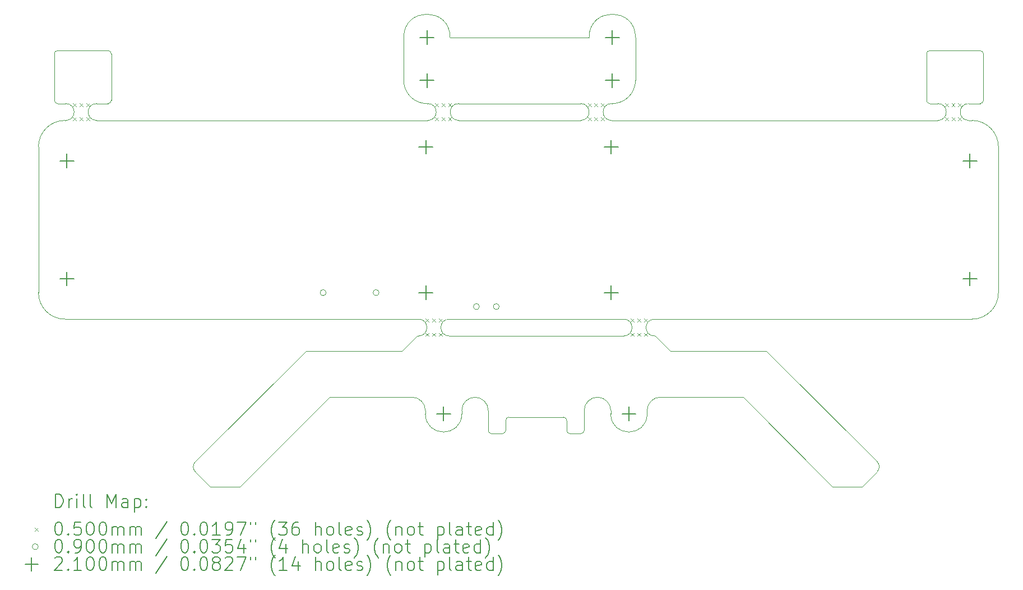
<source format=gbr>
%TF.GenerationSoftware,KiCad,Pcbnew,8.0.4*%
%TF.CreationDate,2024-11-30T23:44:54+01:00*%
%TF.ProjectId,ALL_PCBS,414c4c5f-5043-4425-932e-6b696361645f,rev?*%
%TF.SameCoordinates,Original*%
%TF.FileFunction,Drillmap*%
%TF.FilePolarity,Positive*%
%FSLAX45Y45*%
G04 Gerber Fmt 4.5, Leading zero omitted, Abs format (unit mm)*
G04 Created by KiCad (PCBNEW 8.0.4) date 2024-11-30 23:44:54*
%MOMM*%
%LPD*%
G01*
G04 APERTURE LIST*
%ADD10C,0.050000*%
%ADD11C,0.200000*%
%ADD12C,0.100000*%
%ADD13C,0.210000*%
G04 APERTURE END LIST*
D10*
X17993000Y-12687000D02*
X22788000Y-12687000D01*
X14894000Y-12687000D02*
X17527000Y-12687000D01*
X9088000Y-12687000D02*
X14428000Y-12687000D01*
X17527000Y-12941000D02*
X14894000Y-12941000D01*
X17993000Y-12941000D02*
X18007000Y-12941000D01*
X14407000Y-12941000D02*
X14428000Y-12941000D01*
X17344000Y-9687000D02*
X22273000Y-9687000D01*
X14569000Y-9687000D02*
X9566000Y-9687000D01*
X15035000Y-9687000D02*
X16878000Y-9687000D01*
X22788000Y-9687000D02*
X22739000Y-9687000D01*
X22296000Y-8633000D02*
X22291000Y-8633000D01*
X22366000Y-8633000D02*
X22296000Y-8633000D01*
X22291000Y-8633000D02*
X22206000Y-8633000D01*
X22101000Y-9383000D02*
X22101000Y-8683000D01*
X22911645Y-8633000D02*
X22891000Y-8633000D01*
X22273000Y-9433000D02*
X22151000Y-9433000D01*
X22891000Y-9433000D02*
X22739000Y-9433000D01*
X22911645Y-8633000D02*
G75*
G02*
X22961645Y-8683000I-8J-50008D01*
G01*
X22911645Y-9433000D02*
X22891000Y-9433000D01*
X22168000Y-8633000D02*
X22151000Y-8633000D01*
X22961645Y-9383000D02*
G75*
G02*
X22911645Y-9433000I-49997J-3D01*
G01*
X22206000Y-8633000D02*
X22168000Y-8633000D01*
X22101000Y-8683000D02*
G75*
G02*
X22151000Y-8633000I50000J0D01*
G01*
X22961645Y-9183000D02*
X22961645Y-9383000D01*
X22151000Y-9433000D02*
G75*
G02*
X22101000Y-9383000I0J50000D01*
G01*
X22961645Y-8883000D02*
X22961645Y-9183000D01*
X22366000Y-8633000D02*
X22891000Y-8633000D01*
X22961645Y-8683000D02*
X22961645Y-8883000D01*
X9100000Y-9433000D02*
X8978000Y-9433000D01*
X9718000Y-9433000D02*
X9566000Y-9433000D01*
X9100000Y-9687000D02*
X9088000Y-9687000D01*
X9788645Y-8683000D02*
X9788645Y-8883000D01*
X9193000Y-8633000D02*
X9718000Y-8633000D01*
X9788645Y-9383000D02*
G75*
G02*
X9738645Y-9433005I-50005J0D01*
G01*
X9788645Y-8883000D02*
X9788645Y-9183000D01*
X8995000Y-8633000D02*
X8978000Y-8633000D01*
X8978000Y-9433000D02*
G75*
G02*
X8928000Y-9383000I0J50000D01*
G01*
X9788645Y-9183000D02*
X9788645Y-9383000D01*
X8928000Y-8683000D02*
G75*
G02*
X8978000Y-8633000I50000J0D01*
G01*
X9033000Y-8633000D02*
X8995000Y-8633000D01*
X9738645Y-9433000D02*
X9718000Y-9433000D01*
X9193000Y-8633000D02*
X9123000Y-8633000D01*
X9738645Y-8633000D02*
X9718000Y-8633000D01*
X8928000Y-9383000D02*
X8928000Y-8683000D01*
X9123000Y-8633000D02*
X9118000Y-8633000D01*
X9118000Y-8633000D02*
X9033000Y-8633000D01*
X9738645Y-8633000D02*
G75*
G02*
X9788640Y-8683000I-5J-50000D01*
G01*
X22788000Y-9687000D02*
G75*
G02*
X23188000Y-10087000I0J-400000D01*
G01*
X8688000Y-10087000D02*
G75*
G02*
X9088000Y-9687000I400000J0D01*
G01*
X23188000Y-10087000D02*
X23188000Y-12287000D01*
X23188000Y-12287000D02*
G75*
G02*
X22788000Y-12687000I-400000J0D01*
G01*
X8688000Y-12287000D02*
X8688000Y-10087000D01*
X9088000Y-12687000D02*
G75*
G02*
X8688000Y-12287000I0J400000D01*
G01*
X14332000Y-13866000D02*
X14182000Y-13866000D01*
X15282000Y-13866000D02*
G75*
G02*
X15482000Y-14066000I0J-200000D01*
G01*
X14182000Y-13166000D02*
X14407000Y-12941000D01*
X12732000Y-13166000D02*
X14182000Y-13166000D01*
X14532000Y-14116000D02*
X14532000Y-14066000D01*
X16617355Y-14166000D02*
G75*
G02*
X16667350Y-14216000I5J-49990D01*
G01*
X15082000Y-14066000D02*
G75*
G02*
X15282000Y-13866000I200000J0D01*
G01*
X17132000Y-13866000D02*
G75*
G02*
X17332000Y-14066000I0J-200000D01*
G01*
X21357000Y-14841000D02*
G75*
G02*
X21357000Y-14991000I-75000J-75000D01*
G01*
X18232000Y-13166000D02*
X18007000Y-12941000D01*
X19682000Y-13166000D02*
X21357000Y-14841000D01*
X19332000Y-13866000D02*
X20682000Y-15216000D01*
X15746645Y-14216355D02*
X15746645Y-14366000D01*
X16717355Y-14416000D02*
G75*
G02*
X16667350Y-14366000I5J50010D01*
G01*
X19682000Y-13166000D02*
X18232000Y-13166000D01*
X17882000Y-14066000D02*
X17882000Y-14116000D01*
X12732000Y-13166000D02*
X11057000Y-14841000D01*
X18232000Y-13866000D02*
X19332000Y-13866000D01*
X13082000Y-13866000D02*
X11732000Y-15216000D01*
X11282000Y-15216000D02*
X11057000Y-14991000D01*
X16932000Y-14066000D02*
X16932000Y-14366000D01*
X15532000Y-14416000D02*
G75*
G02*
X15482000Y-14366000I0J50000D01*
G01*
X14332000Y-13866000D02*
G75*
G02*
X14532000Y-14066000I0J-200000D01*
G01*
X16882000Y-14416000D02*
X16732000Y-14416000D01*
X11732000Y-15216000D02*
X11282000Y-15216000D01*
X16932000Y-14366000D02*
G75*
G02*
X16882000Y-14416000I-50000J0D01*
G01*
X17332000Y-14116000D02*
X17332000Y-14066000D01*
X21357000Y-14991000D02*
X21132000Y-15216000D01*
X16932000Y-14066000D02*
G75*
G02*
X17132000Y-13866000I200000J0D01*
G01*
X17882000Y-14066000D02*
G75*
G02*
X18082000Y-13866000I200000J0D01*
G01*
X18232000Y-13866000D02*
X18082000Y-13866000D01*
X17882000Y-14116000D02*
G75*
G02*
X17332000Y-14116000I-275000J0D01*
G01*
X15682000Y-14416000D02*
X15532000Y-14416000D01*
X15746645Y-14366000D02*
G75*
G02*
X15696645Y-14415995I-49995J0D01*
G01*
X14182000Y-13866000D02*
X13082000Y-13866000D01*
X15482000Y-14066000D02*
X15482000Y-14366000D01*
X16732000Y-14416000D02*
X16717355Y-14416000D01*
X15682000Y-14416000D02*
X15696645Y-14416000D01*
X15746645Y-14216000D02*
G75*
G02*
X15796645Y-14165995I50005J0D01*
G01*
X15082000Y-14116000D02*
G75*
G02*
X14532000Y-14116000I-275000J0D01*
G01*
X16667355Y-14366000D02*
X16667355Y-14216000D01*
X15796645Y-14166000D02*
X16617355Y-14166000D01*
X20682000Y-15216000D02*
X21132000Y-15216000D01*
X15082000Y-14116000D02*
X15082000Y-14066000D01*
X11057000Y-14991000D02*
G75*
G02*
X11057000Y-14841000I75000J75000D01*
G01*
X14555700Y-9433000D02*
G75*
G02*
X14205700Y-9083000I0J350000D01*
G01*
X17705700Y-8433000D02*
X17705700Y-9083000D01*
X14205700Y-8433000D02*
G75*
G02*
X14905700Y-8433000I350000J0D01*
G01*
X17705700Y-9083000D02*
G75*
G02*
X17355700Y-9433000I-350000J0D01*
G01*
X14905700Y-8433000D02*
X17005700Y-8433000D01*
X14205700Y-9083000D02*
X14205700Y-8433000D01*
X17005700Y-8433000D02*
G75*
G02*
X17705700Y-8433000I350000J0D01*
G01*
X17344000Y-9433000D02*
X17355700Y-9433000D01*
X16878000Y-9433000D02*
X15035000Y-9433000D01*
X14555700Y-9433000D02*
X14569000Y-9433000D01*
X17993000Y-12941000D02*
G75*
G02*
X17993000Y-12687000I0J127000D01*
G01*
X17527000Y-12687000D02*
G75*
G02*
X17527000Y-12941000I0J-127000D01*
G01*
X14894000Y-12941000D02*
G75*
G02*
X14894000Y-12687000I0J127000D01*
G01*
X14428000Y-12687000D02*
G75*
G02*
X14428000Y-12941000I0J-127000D01*
G01*
X22273000Y-9433000D02*
G75*
G02*
X22273000Y-9687000I0J-127000D01*
G01*
X22739000Y-9687000D02*
G75*
G02*
X22739000Y-9433000I0J127000D01*
G01*
X9100000Y-9433000D02*
G75*
G02*
X9100000Y-9687000I0J-127000D01*
G01*
X9566000Y-9687000D02*
G75*
G02*
X9566000Y-9433000I0J127000D01*
G01*
X16878000Y-9433000D02*
G75*
G02*
X16878000Y-9687000I0J-127000D01*
G01*
X17344000Y-9687000D02*
G75*
G02*
X17344000Y-9433000I0J127000D01*
G01*
X14569000Y-9433000D02*
G75*
G02*
X14569000Y-9687000I0J-127000D01*
G01*
X15035000Y-9687000D02*
G75*
G02*
X15035000Y-9433000I0J127000D01*
G01*
D11*
D12*
X9208000Y-9428000D02*
X9258000Y-9478000D01*
X9258000Y-9428000D02*
X9208000Y-9478000D01*
X9208000Y-9641000D02*
X9258000Y-9691000D01*
X9258000Y-9641000D02*
X9208000Y-9691000D01*
X9307000Y-9428000D02*
X9357000Y-9478000D01*
X9357000Y-9428000D02*
X9307000Y-9478000D01*
X9308000Y-9641000D02*
X9358000Y-9691000D01*
X9358000Y-9641000D02*
X9308000Y-9691000D01*
X9408000Y-9428000D02*
X9458000Y-9478000D01*
X9458000Y-9428000D02*
X9408000Y-9478000D01*
X9408000Y-9641000D02*
X9458000Y-9691000D01*
X9458000Y-9641000D02*
X9408000Y-9691000D01*
X14536000Y-12682000D02*
X14586000Y-12732000D01*
X14586000Y-12682000D02*
X14536000Y-12732000D01*
X14536000Y-12895000D02*
X14586000Y-12945000D01*
X14586000Y-12895000D02*
X14536000Y-12945000D01*
X14635000Y-12682000D02*
X14685000Y-12732000D01*
X14685000Y-12682000D02*
X14635000Y-12732000D01*
X14636000Y-12895000D02*
X14686000Y-12945000D01*
X14686000Y-12895000D02*
X14636000Y-12945000D01*
X14677000Y-9428000D02*
X14727000Y-9478000D01*
X14727000Y-9428000D02*
X14677000Y-9478000D01*
X14677000Y-9641000D02*
X14727000Y-9691000D01*
X14727000Y-9641000D02*
X14677000Y-9691000D01*
X14736000Y-12682000D02*
X14786000Y-12732000D01*
X14786000Y-12682000D02*
X14736000Y-12732000D01*
X14736000Y-12895000D02*
X14786000Y-12945000D01*
X14786000Y-12895000D02*
X14736000Y-12945000D01*
X14776000Y-9428000D02*
X14826000Y-9478000D01*
X14826000Y-9428000D02*
X14776000Y-9478000D01*
X14777000Y-9641000D02*
X14827000Y-9691000D01*
X14827000Y-9641000D02*
X14777000Y-9691000D01*
X14877000Y-9428000D02*
X14927000Y-9478000D01*
X14927000Y-9428000D02*
X14877000Y-9478000D01*
X14877000Y-9641000D02*
X14927000Y-9691000D01*
X14927000Y-9641000D02*
X14877000Y-9691000D01*
X16986000Y-9428000D02*
X17036000Y-9478000D01*
X17036000Y-9428000D02*
X16986000Y-9478000D01*
X16986000Y-9641000D02*
X17036000Y-9691000D01*
X17036000Y-9641000D02*
X16986000Y-9691000D01*
X17085000Y-9428000D02*
X17135000Y-9478000D01*
X17135000Y-9428000D02*
X17085000Y-9478000D01*
X17086000Y-9641000D02*
X17136000Y-9691000D01*
X17136000Y-9641000D02*
X17086000Y-9691000D01*
X17186000Y-9428000D02*
X17236000Y-9478000D01*
X17236000Y-9428000D02*
X17186000Y-9478000D01*
X17186000Y-9641000D02*
X17236000Y-9691000D01*
X17236000Y-9641000D02*
X17186000Y-9691000D01*
X17635000Y-12682000D02*
X17685000Y-12732000D01*
X17685000Y-12682000D02*
X17635000Y-12732000D01*
X17635000Y-12895000D02*
X17685000Y-12945000D01*
X17685000Y-12895000D02*
X17635000Y-12945000D01*
X17734000Y-12682000D02*
X17784000Y-12732000D01*
X17784000Y-12682000D02*
X17734000Y-12732000D01*
X17735000Y-12895000D02*
X17785000Y-12945000D01*
X17785000Y-12895000D02*
X17735000Y-12945000D01*
X17835000Y-12682000D02*
X17885000Y-12732000D01*
X17885000Y-12682000D02*
X17835000Y-12732000D01*
X17835000Y-12895000D02*
X17885000Y-12945000D01*
X17885000Y-12895000D02*
X17835000Y-12945000D01*
X22381000Y-9428000D02*
X22431000Y-9478000D01*
X22431000Y-9428000D02*
X22381000Y-9478000D01*
X22381000Y-9641000D02*
X22431000Y-9691000D01*
X22431000Y-9641000D02*
X22381000Y-9691000D01*
X22480000Y-9428000D02*
X22530000Y-9478000D01*
X22530000Y-9428000D02*
X22480000Y-9478000D01*
X22481000Y-9641000D02*
X22531000Y-9691000D01*
X22531000Y-9641000D02*
X22481000Y-9691000D01*
X22581000Y-9428000D02*
X22631000Y-9478000D01*
X22631000Y-9428000D02*
X22581000Y-9478000D01*
X22581000Y-9641000D02*
X22631000Y-9691000D01*
X22631000Y-9641000D02*
X22581000Y-9691000D01*
X13033000Y-12287000D02*
G75*
G02*
X12943000Y-12287000I-45000J0D01*
G01*
X12943000Y-12287000D02*
G75*
G02*
X13033000Y-12287000I45000J0D01*
G01*
X13833000Y-12287000D02*
G75*
G02*
X13743000Y-12287000I-45000J0D01*
G01*
X13743000Y-12287000D02*
G75*
G02*
X13833000Y-12287000I45000J0D01*
G01*
X15348000Y-12498000D02*
G75*
G02*
X15258000Y-12498000I-45000J0D01*
G01*
X15258000Y-12498000D02*
G75*
G02*
X15348000Y-12498000I45000J0D01*
G01*
X15648000Y-12498000D02*
G75*
G02*
X15558000Y-12498000I-45000J0D01*
G01*
X15558000Y-12498000D02*
G75*
G02*
X15648000Y-12498000I45000J0D01*
G01*
D13*
X9118000Y-10192000D02*
X9118000Y-10402000D01*
X9013000Y-10297000D02*
X9223000Y-10297000D01*
X9118000Y-11972000D02*
X9118000Y-12182000D01*
X9013000Y-12077000D02*
X9223000Y-12077000D01*
X14538000Y-9982000D02*
X14538000Y-10192000D01*
X14433000Y-10087000D02*
X14643000Y-10087000D01*
X14538000Y-12182000D02*
X14538000Y-12392000D01*
X14433000Y-12287000D02*
X14643000Y-12287000D01*
X14555700Y-8328000D02*
X14555700Y-8538000D01*
X14450700Y-8433000D02*
X14660700Y-8433000D01*
X14555700Y-8978000D02*
X14555700Y-9188000D01*
X14450700Y-9083000D02*
X14660700Y-9083000D01*
X14807000Y-14011000D02*
X14807000Y-14221000D01*
X14702000Y-14116000D02*
X14912000Y-14116000D01*
X17338000Y-9982000D02*
X17338000Y-10192000D01*
X17233000Y-10087000D02*
X17443000Y-10087000D01*
X17338000Y-12182000D02*
X17338000Y-12392000D01*
X17233000Y-12287000D02*
X17443000Y-12287000D01*
X17355700Y-8328000D02*
X17355700Y-8538000D01*
X17250700Y-8433000D02*
X17460700Y-8433000D01*
X17355700Y-8978000D02*
X17355700Y-9188000D01*
X17250700Y-9083000D02*
X17460700Y-9083000D01*
X17607000Y-14011000D02*
X17607000Y-14221000D01*
X17502000Y-14116000D02*
X17712000Y-14116000D01*
X22758000Y-10192000D02*
X22758000Y-10402000D01*
X22653000Y-10297000D02*
X22863000Y-10297000D01*
X22758000Y-11972000D02*
X22758000Y-12182000D01*
X22653000Y-12077000D02*
X22863000Y-12077000D01*
D11*
X8946277Y-15529984D02*
X8946277Y-15329984D01*
X8946277Y-15329984D02*
X8993896Y-15329984D01*
X8993896Y-15329984D02*
X9022467Y-15339508D01*
X9022467Y-15339508D02*
X9041515Y-15358555D01*
X9041515Y-15358555D02*
X9051039Y-15377603D01*
X9051039Y-15377603D02*
X9060563Y-15415698D01*
X9060563Y-15415698D02*
X9060563Y-15444269D01*
X9060563Y-15444269D02*
X9051039Y-15482365D01*
X9051039Y-15482365D02*
X9041515Y-15501412D01*
X9041515Y-15501412D02*
X9022467Y-15520460D01*
X9022467Y-15520460D02*
X8993896Y-15529984D01*
X8993896Y-15529984D02*
X8946277Y-15529984D01*
X9146277Y-15529984D02*
X9146277Y-15396650D01*
X9146277Y-15434746D02*
X9155801Y-15415698D01*
X9155801Y-15415698D02*
X9165324Y-15406174D01*
X9165324Y-15406174D02*
X9184372Y-15396650D01*
X9184372Y-15396650D02*
X9203420Y-15396650D01*
X9270086Y-15529984D02*
X9270086Y-15396650D01*
X9270086Y-15329984D02*
X9260563Y-15339508D01*
X9260563Y-15339508D02*
X9270086Y-15349031D01*
X9270086Y-15349031D02*
X9279610Y-15339508D01*
X9279610Y-15339508D02*
X9270086Y-15329984D01*
X9270086Y-15329984D02*
X9270086Y-15349031D01*
X9393896Y-15529984D02*
X9374848Y-15520460D01*
X9374848Y-15520460D02*
X9365324Y-15501412D01*
X9365324Y-15501412D02*
X9365324Y-15329984D01*
X9498658Y-15529984D02*
X9479610Y-15520460D01*
X9479610Y-15520460D02*
X9470086Y-15501412D01*
X9470086Y-15501412D02*
X9470086Y-15329984D01*
X9727229Y-15529984D02*
X9727229Y-15329984D01*
X9727229Y-15329984D02*
X9793896Y-15472841D01*
X9793896Y-15472841D02*
X9860563Y-15329984D01*
X9860563Y-15329984D02*
X9860563Y-15529984D01*
X10041515Y-15529984D02*
X10041515Y-15425222D01*
X10041515Y-15425222D02*
X10031991Y-15406174D01*
X10031991Y-15406174D02*
X10012944Y-15396650D01*
X10012944Y-15396650D02*
X9974848Y-15396650D01*
X9974848Y-15396650D02*
X9955801Y-15406174D01*
X10041515Y-15520460D02*
X10022467Y-15529984D01*
X10022467Y-15529984D02*
X9974848Y-15529984D01*
X9974848Y-15529984D02*
X9955801Y-15520460D01*
X9955801Y-15520460D02*
X9946277Y-15501412D01*
X9946277Y-15501412D02*
X9946277Y-15482365D01*
X9946277Y-15482365D02*
X9955801Y-15463317D01*
X9955801Y-15463317D02*
X9974848Y-15453793D01*
X9974848Y-15453793D02*
X10022467Y-15453793D01*
X10022467Y-15453793D02*
X10041515Y-15444269D01*
X10136753Y-15396650D02*
X10136753Y-15596650D01*
X10136753Y-15406174D02*
X10155801Y-15396650D01*
X10155801Y-15396650D02*
X10193896Y-15396650D01*
X10193896Y-15396650D02*
X10212944Y-15406174D01*
X10212944Y-15406174D02*
X10222467Y-15415698D01*
X10222467Y-15415698D02*
X10231991Y-15434746D01*
X10231991Y-15434746D02*
X10231991Y-15491888D01*
X10231991Y-15491888D02*
X10222467Y-15510936D01*
X10222467Y-15510936D02*
X10212944Y-15520460D01*
X10212944Y-15520460D02*
X10193896Y-15529984D01*
X10193896Y-15529984D02*
X10155801Y-15529984D01*
X10155801Y-15529984D02*
X10136753Y-15520460D01*
X10317705Y-15510936D02*
X10327229Y-15520460D01*
X10327229Y-15520460D02*
X10317705Y-15529984D01*
X10317705Y-15529984D02*
X10308182Y-15520460D01*
X10308182Y-15520460D02*
X10317705Y-15510936D01*
X10317705Y-15510936D02*
X10317705Y-15529984D01*
X10317705Y-15406174D02*
X10327229Y-15415698D01*
X10327229Y-15415698D02*
X10317705Y-15425222D01*
X10317705Y-15425222D02*
X10308182Y-15415698D01*
X10308182Y-15415698D02*
X10317705Y-15406174D01*
X10317705Y-15406174D02*
X10317705Y-15425222D01*
D12*
X8635500Y-15833500D02*
X8685500Y-15883500D01*
X8685500Y-15833500D02*
X8635500Y-15883500D01*
D11*
X8984372Y-15749984D02*
X9003420Y-15749984D01*
X9003420Y-15749984D02*
X9022467Y-15759508D01*
X9022467Y-15759508D02*
X9031991Y-15769031D01*
X9031991Y-15769031D02*
X9041515Y-15788079D01*
X9041515Y-15788079D02*
X9051039Y-15826174D01*
X9051039Y-15826174D02*
X9051039Y-15873793D01*
X9051039Y-15873793D02*
X9041515Y-15911888D01*
X9041515Y-15911888D02*
X9031991Y-15930936D01*
X9031991Y-15930936D02*
X9022467Y-15940460D01*
X9022467Y-15940460D02*
X9003420Y-15949984D01*
X9003420Y-15949984D02*
X8984372Y-15949984D01*
X8984372Y-15949984D02*
X8965324Y-15940460D01*
X8965324Y-15940460D02*
X8955801Y-15930936D01*
X8955801Y-15930936D02*
X8946277Y-15911888D01*
X8946277Y-15911888D02*
X8936753Y-15873793D01*
X8936753Y-15873793D02*
X8936753Y-15826174D01*
X8936753Y-15826174D02*
X8946277Y-15788079D01*
X8946277Y-15788079D02*
X8955801Y-15769031D01*
X8955801Y-15769031D02*
X8965324Y-15759508D01*
X8965324Y-15759508D02*
X8984372Y-15749984D01*
X9136753Y-15930936D02*
X9146277Y-15940460D01*
X9146277Y-15940460D02*
X9136753Y-15949984D01*
X9136753Y-15949984D02*
X9127229Y-15940460D01*
X9127229Y-15940460D02*
X9136753Y-15930936D01*
X9136753Y-15930936D02*
X9136753Y-15949984D01*
X9327229Y-15749984D02*
X9231991Y-15749984D01*
X9231991Y-15749984D02*
X9222467Y-15845222D01*
X9222467Y-15845222D02*
X9231991Y-15835698D01*
X9231991Y-15835698D02*
X9251039Y-15826174D01*
X9251039Y-15826174D02*
X9298658Y-15826174D01*
X9298658Y-15826174D02*
X9317705Y-15835698D01*
X9317705Y-15835698D02*
X9327229Y-15845222D01*
X9327229Y-15845222D02*
X9336753Y-15864269D01*
X9336753Y-15864269D02*
X9336753Y-15911888D01*
X9336753Y-15911888D02*
X9327229Y-15930936D01*
X9327229Y-15930936D02*
X9317705Y-15940460D01*
X9317705Y-15940460D02*
X9298658Y-15949984D01*
X9298658Y-15949984D02*
X9251039Y-15949984D01*
X9251039Y-15949984D02*
X9231991Y-15940460D01*
X9231991Y-15940460D02*
X9222467Y-15930936D01*
X9460563Y-15749984D02*
X9479610Y-15749984D01*
X9479610Y-15749984D02*
X9498658Y-15759508D01*
X9498658Y-15759508D02*
X9508182Y-15769031D01*
X9508182Y-15769031D02*
X9517705Y-15788079D01*
X9517705Y-15788079D02*
X9527229Y-15826174D01*
X9527229Y-15826174D02*
X9527229Y-15873793D01*
X9527229Y-15873793D02*
X9517705Y-15911888D01*
X9517705Y-15911888D02*
X9508182Y-15930936D01*
X9508182Y-15930936D02*
X9498658Y-15940460D01*
X9498658Y-15940460D02*
X9479610Y-15949984D01*
X9479610Y-15949984D02*
X9460563Y-15949984D01*
X9460563Y-15949984D02*
X9441515Y-15940460D01*
X9441515Y-15940460D02*
X9431991Y-15930936D01*
X9431991Y-15930936D02*
X9422467Y-15911888D01*
X9422467Y-15911888D02*
X9412944Y-15873793D01*
X9412944Y-15873793D02*
X9412944Y-15826174D01*
X9412944Y-15826174D02*
X9422467Y-15788079D01*
X9422467Y-15788079D02*
X9431991Y-15769031D01*
X9431991Y-15769031D02*
X9441515Y-15759508D01*
X9441515Y-15759508D02*
X9460563Y-15749984D01*
X9651039Y-15749984D02*
X9670086Y-15749984D01*
X9670086Y-15749984D02*
X9689134Y-15759508D01*
X9689134Y-15759508D02*
X9698658Y-15769031D01*
X9698658Y-15769031D02*
X9708182Y-15788079D01*
X9708182Y-15788079D02*
X9717705Y-15826174D01*
X9717705Y-15826174D02*
X9717705Y-15873793D01*
X9717705Y-15873793D02*
X9708182Y-15911888D01*
X9708182Y-15911888D02*
X9698658Y-15930936D01*
X9698658Y-15930936D02*
X9689134Y-15940460D01*
X9689134Y-15940460D02*
X9670086Y-15949984D01*
X9670086Y-15949984D02*
X9651039Y-15949984D01*
X9651039Y-15949984D02*
X9631991Y-15940460D01*
X9631991Y-15940460D02*
X9622467Y-15930936D01*
X9622467Y-15930936D02*
X9612944Y-15911888D01*
X9612944Y-15911888D02*
X9603420Y-15873793D01*
X9603420Y-15873793D02*
X9603420Y-15826174D01*
X9603420Y-15826174D02*
X9612944Y-15788079D01*
X9612944Y-15788079D02*
X9622467Y-15769031D01*
X9622467Y-15769031D02*
X9631991Y-15759508D01*
X9631991Y-15759508D02*
X9651039Y-15749984D01*
X9803420Y-15949984D02*
X9803420Y-15816650D01*
X9803420Y-15835698D02*
X9812944Y-15826174D01*
X9812944Y-15826174D02*
X9831991Y-15816650D01*
X9831991Y-15816650D02*
X9860563Y-15816650D01*
X9860563Y-15816650D02*
X9879610Y-15826174D01*
X9879610Y-15826174D02*
X9889134Y-15845222D01*
X9889134Y-15845222D02*
X9889134Y-15949984D01*
X9889134Y-15845222D02*
X9898658Y-15826174D01*
X9898658Y-15826174D02*
X9917705Y-15816650D01*
X9917705Y-15816650D02*
X9946277Y-15816650D01*
X9946277Y-15816650D02*
X9965325Y-15826174D01*
X9965325Y-15826174D02*
X9974848Y-15845222D01*
X9974848Y-15845222D02*
X9974848Y-15949984D01*
X10070086Y-15949984D02*
X10070086Y-15816650D01*
X10070086Y-15835698D02*
X10079610Y-15826174D01*
X10079610Y-15826174D02*
X10098658Y-15816650D01*
X10098658Y-15816650D02*
X10127229Y-15816650D01*
X10127229Y-15816650D02*
X10146277Y-15826174D01*
X10146277Y-15826174D02*
X10155801Y-15845222D01*
X10155801Y-15845222D02*
X10155801Y-15949984D01*
X10155801Y-15845222D02*
X10165325Y-15826174D01*
X10165325Y-15826174D02*
X10184372Y-15816650D01*
X10184372Y-15816650D02*
X10212944Y-15816650D01*
X10212944Y-15816650D02*
X10231991Y-15826174D01*
X10231991Y-15826174D02*
X10241515Y-15845222D01*
X10241515Y-15845222D02*
X10241515Y-15949984D01*
X10631991Y-15740460D02*
X10460563Y-15997603D01*
X10889134Y-15749984D02*
X10908182Y-15749984D01*
X10908182Y-15749984D02*
X10927229Y-15759508D01*
X10927229Y-15759508D02*
X10936753Y-15769031D01*
X10936753Y-15769031D02*
X10946277Y-15788079D01*
X10946277Y-15788079D02*
X10955801Y-15826174D01*
X10955801Y-15826174D02*
X10955801Y-15873793D01*
X10955801Y-15873793D02*
X10946277Y-15911888D01*
X10946277Y-15911888D02*
X10936753Y-15930936D01*
X10936753Y-15930936D02*
X10927229Y-15940460D01*
X10927229Y-15940460D02*
X10908182Y-15949984D01*
X10908182Y-15949984D02*
X10889134Y-15949984D01*
X10889134Y-15949984D02*
X10870087Y-15940460D01*
X10870087Y-15940460D02*
X10860563Y-15930936D01*
X10860563Y-15930936D02*
X10851039Y-15911888D01*
X10851039Y-15911888D02*
X10841515Y-15873793D01*
X10841515Y-15873793D02*
X10841515Y-15826174D01*
X10841515Y-15826174D02*
X10851039Y-15788079D01*
X10851039Y-15788079D02*
X10860563Y-15769031D01*
X10860563Y-15769031D02*
X10870087Y-15759508D01*
X10870087Y-15759508D02*
X10889134Y-15749984D01*
X11041515Y-15930936D02*
X11051039Y-15940460D01*
X11051039Y-15940460D02*
X11041515Y-15949984D01*
X11041515Y-15949984D02*
X11031991Y-15940460D01*
X11031991Y-15940460D02*
X11041515Y-15930936D01*
X11041515Y-15930936D02*
X11041515Y-15949984D01*
X11174848Y-15749984D02*
X11193896Y-15749984D01*
X11193896Y-15749984D02*
X11212944Y-15759508D01*
X11212944Y-15759508D02*
X11222467Y-15769031D01*
X11222467Y-15769031D02*
X11231991Y-15788079D01*
X11231991Y-15788079D02*
X11241515Y-15826174D01*
X11241515Y-15826174D02*
X11241515Y-15873793D01*
X11241515Y-15873793D02*
X11231991Y-15911888D01*
X11231991Y-15911888D02*
X11222467Y-15930936D01*
X11222467Y-15930936D02*
X11212944Y-15940460D01*
X11212944Y-15940460D02*
X11193896Y-15949984D01*
X11193896Y-15949984D02*
X11174848Y-15949984D01*
X11174848Y-15949984D02*
X11155801Y-15940460D01*
X11155801Y-15940460D02*
X11146277Y-15930936D01*
X11146277Y-15930936D02*
X11136753Y-15911888D01*
X11136753Y-15911888D02*
X11127229Y-15873793D01*
X11127229Y-15873793D02*
X11127229Y-15826174D01*
X11127229Y-15826174D02*
X11136753Y-15788079D01*
X11136753Y-15788079D02*
X11146277Y-15769031D01*
X11146277Y-15769031D02*
X11155801Y-15759508D01*
X11155801Y-15759508D02*
X11174848Y-15749984D01*
X11431991Y-15949984D02*
X11317706Y-15949984D01*
X11374848Y-15949984D02*
X11374848Y-15749984D01*
X11374848Y-15749984D02*
X11355801Y-15778555D01*
X11355801Y-15778555D02*
X11336753Y-15797603D01*
X11336753Y-15797603D02*
X11317706Y-15807127D01*
X11527229Y-15949984D02*
X11565325Y-15949984D01*
X11565325Y-15949984D02*
X11584372Y-15940460D01*
X11584372Y-15940460D02*
X11593896Y-15930936D01*
X11593896Y-15930936D02*
X11612944Y-15902365D01*
X11612944Y-15902365D02*
X11622467Y-15864269D01*
X11622467Y-15864269D02*
X11622467Y-15788079D01*
X11622467Y-15788079D02*
X11612944Y-15769031D01*
X11612944Y-15769031D02*
X11603420Y-15759508D01*
X11603420Y-15759508D02*
X11584372Y-15749984D01*
X11584372Y-15749984D02*
X11546277Y-15749984D01*
X11546277Y-15749984D02*
X11527229Y-15759508D01*
X11527229Y-15759508D02*
X11517706Y-15769031D01*
X11517706Y-15769031D02*
X11508182Y-15788079D01*
X11508182Y-15788079D02*
X11508182Y-15835698D01*
X11508182Y-15835698D02*
X11517706Y-15854746D01*
X11517706Y-15854746D02*
X11527229Y-15864269D01*
X11527229Y-15864269D02*
X11546277Y-15873793D01*
X11546277Y-15873793D02*
X11584372Y-15873793D01*
X11584372Y-15873793D02*
X11603420Y-15864269D01*
X11603420Y-15864269D02*
X11612944Y-15854746D01*
X11612944Y-15854746D02*
X11622467Y-15835698D01*
X11689134Y-15749984D02*
X11822467Y-15749984D01*
X11822467Y-15749984D02*
X11736753Y-15949984D01*
X11889134Y-15749984D02*
X11889134Y-15788079D01*
X11965325Y-15749984D02*
X11965325Y-15788079D01*
X12260563Y-16026174D02*
X12251039Y-16016650D01*
X12251039Y-16016650D02*
X12231991Y-15988079D01*
X12231991Y-15988079D02*
X12222468Y-15969031D01*
X12222468Y-15969031D02*
X12212944Y-15940460D01*
X12212944Y-15940460D02*
X12203420Y-15892841D01*
X12203420Y-15892841D02*
X12203420Y-15854746D01*
X12203420Y-15854746D02*
X12212944Y-15807127D01*
X12212944Y-15807127D02*
X12222468Y-15778555D01*
X12222468Y-15778555D02*
X12231991Y-15759508D01*
X12231991Y-15759508D02*
X12251039Y-15730936D01*
X12251039Y-15730936D02*
X12260563Y-15721412D01*
X12317706Y-15749984D02*
X12441515Y-15749984D01*
X12441515Y-15749984D02*
X12374848Y-15826174D01*
X12374848Y-15826174D02*
X12403420Y-15826174D01*
X12403420Y-15826174D02*
X12422468Y-15835698D01*
X12422468Y-15835698D02*
X12431991Y-15845222D01*
X12431991Y-15845222D02*
X12441515Y-15864269D01*
X12441515Y-15864269D02*
X12441515Y-15911888D01*
X12441515Y-15911888D02*
X12431991Y-15930936D01*
X12431991Y-15930936D02*
X12422468Y-15940460D01*
X12422468Y-15940460D02*
X12403420Y-15949984D01*
X12403420Y-15949984D02*
X12346277Y-15949984D01*
X12346277Y-15949984D02*
X12327229Y-15940460D01*
X12327229Y-15940460D02*
X12317706Y-15930936D01*
X12612944Y-15749984D02*
X12574848Y-15749984D01*
X12574848Y-15749984D02*
X12555801Y-15759508D01*
X12555801Y-15759508D02*
X12546277Y-15769031D01*
X12546277Y-15769031D02*
X12527229Y-15797603D01*
X12527229Y-15797603D02*
X12517706Y-15835698D01*
X12517706Y-15835698D02*
X12517706Y-15911888D01*
X12517706Y-15911888D02*
X12527229Y-15930936D01*
X12527229Y-15930936D02*
X12536753Y-15940460D01*
X12536753Y-15940460D02*
X12555801Y-15949984D01*
X12555801Y-15949984D02*
X12593896Y-15949984D01*
X12593896Y-15949984D02*
X12612944Y-15940460D01*
X12612944Y-15940460D02*
X12622468Y-15930936D01*
X12622468Y-15930936D02*
X12631991Y-15911888D01*
X12631991Y-15911888D02*
X12631991Y-15864269D01*
X12631991Y-15864269D02*
X12622468Y-15845222D01*
X12622468Y-15845222D02*
X12612944Y-15835698D01*
X12612944Y-15835698D02*
X12593896Y-15826174D01*
X12593896Y-15826174D02*
X12555801Y-15826174D01*
X12555801Y-15826174D02*
X12536753Y-15835698D01*
X12536753Y-15835698D02*
X12527229Y-15845222D01*
X12527229Y-15845222D02*
X12517706Y-15864269D01*
X12870087Y-15949984D02*
X12870087Y-15749984D01*
X12955801Y-15949984D02*
X12955801Y-15845222D01*
X12955801Y-15845222D02*
X12946277Y-15826174D01*
X12946277Y-15826174D02*
X12927230Y-15816650D01*
X12927230Y-15816650D02*
X12898658Y-15816650D01*
X12898658Y-15816650D02*
X12879610Y-15826174D01*
X12879610Y-15826174D02*
X12870087Y-15835698D01*
X13079610Y-15949984D02*
X13060563Y-15940460D01*
X13060563Y-15940460D02*
X13051039Y-15930936D01*
X13051039Y-15930936D02*
X13041515Y-15911888D01*
X13041515Y-15911888D02*
X13041515Y-15854746D01*
X13041515Y-15854746D02*
X13051039Y-15835698D01*
X13051039Y-15835698D02*
X13060563Y-15826174D01*
X13060563Y-15826174D02*
X13079610Y-15816650D01*
X13079610Y-15816650D02*
X13108182Y-15816650D01*
X13108182Y-15816650D02*
X13127230Y-15826174D01*
X13127230Y-15826174D02*
X13136753Y-15835698D01*
X13136753Y-15835698D02*
X13146277Y-15854746D01*
X13146277Y-15854746D02*
X13146277Y-15911888D01*
X13146277Y-15911888D02*
X13136753Y-15930936D01*
X13136753Y-15930936D02*
X13127230Y-15940460D01*
X13127230Y-15940460D02*
X13108182Y-15949984D01*
X13108182Y-15949984D02*
X13079610Y-15949984D01*
X13260563Y-15949984D02*
X13241515Y-15940460D01*
X13241515Y-15940460D02*
X13231991Y-15921412D01*
X13231991Y-15921412D02*
X13231991Y-15749984D01*
X13412944Y-15940460D02*
X13393896Y-15949984D01*
X13393896Y-15949984D02*
X13355801Y-15949984D01*
X13355801Y-15949984D02*
X13336753Y-15940460D01*
X13336753Y-15940460D02*
X13327230Y-15921412D01*
X13327230Y-15921412D02*
X13327230Y-15845222D01*
X13327230Y-15845222D02*
X13336753Y-15826174D01*
X13336753Y-15826174D02*
X13355801Y-15816650D01*
X13355801Y-15816650D02*
X13393896Y-15816650D01*
X13393896Y-15816650D02*
X13412944Y-15826174D01*
X13412944Y-15826174D02*
X13422468Y-15845222D01*
X13422468Y-15845222D02*
X13422468Y-15864269D01*
X13422468Y-15864269D02*
X13327230Y-15883317D01*
X13498658Y-15940460D02*
X13517706Y-15949984D01*
X13517706Y-15949984D02*
X13555801Y-15949984D01*
X13555801Y-15949984D02*
X13574849Y-15940460D01*
X13574849Y-15940460D02*
X13584372Y-15921412D01*
X13584372Y-15921412D02*
X13584372Y-15911888D01*
X13584372Y-15911888D02*
X13574849Y-15892841D01*
X13574849Y-15892841D02*
X13555801Y-15883317D01*
X13555801Y-15883317D02*
X13527230Y-15883317D01*
X13527230Y-15883317D02*
X13508182Y-15873793D01*
X13508182Y-15873793D02*
X13498658Y-15854746D01*
X13498658Y-15854746D02*
X13498658Y-15845222D01*
X13498658Y-15845222D02*
X13508182Y-15826174D01*
X13508182Y-15826174D02*
X13527230Y-15816650D01*
X13527230Y-15816650D02*
X13555801Y-15816650D01*
X13555801Y-15816650D02*
X13574849Y-15826174D01*
X13651039Y-16026174D02*
X13660563Y-16016650D01*
X13660563Y-16016650D02*
X13679611Y-15988079D01*
X13679611Y-15988079D02*
X13689134Y-15969031D01*
X13689134Y-15969031D02*
X13698658Y-15940460D01*
X13698658Y-15940460D02*
X13708182Y-15892841D01*
X13708182Y-15892841D02*
X13708182Y-15854746D01*
X13708182Y-15854746D02*
X13698658Y-15807127D01*
X13698658Y-15807127D02*
X13689134Y-15778555D01*
X13689134Y-15778555D02*
X13679611Y-15759508D01*
X13679611Y-15759508D02*
X13660563Y-15730936D01*
X13660563Y-15730936D02*
X13651039Y-15721412D01*
X14012944Y-16026174D02*
X14003420Y-16016650D01*
X14003420Y-16016650D02*
X13984372Y-15988079D01*
X13984372Y-15988079D02*
X13974849Y-15969031D01*
X13974849Y-15969031D02*
X13965325Y-15940460D01*
X13965325Y-15940460D02*
X13955801Y-15892841D01*
X13955801Y-15892841D02*
X13955801Y-15854746D01*
X13955801Y-15854746D02*
X13965325Y-15807127D01*
X13965325Y-15807127D02*
X13974849Y-15778555D01*
X13974849Y-15778555D02*
X13984372Y-15759508D01*
X13984372Y-15759508D02*
X14003420Y-15730936D01*
X14003420Y-15730936D02*
X14012944Y-15721412D01*
X14089134Y-15816650D02*
X14089134Y-15949984D01*
X14089134Y-15835698D02*
X14098658Y-15826174D01*
X14098658Y-15826174D02*
X14117706Y-15816650D01*
X14117706Y-15816650D02*
X14146277Y-15816650D01*
X14146277Y-15816650D02*
X14165325Y-15826174D01*
X14165325Y-15826174D02*
X14174849Y-15845222D01*
X14174849Y-15845222D02*
X14174849Y-15949984D01*
X14298658Y-15949984D02*
X14279611Y-15940460D01*
X14279611Y-15940460D02*
X14270087Y-15930936D01*
X14270087Y-15930936D02*
X14260563Y-15911888D01*
X14260563Y-15911888D02*
X14260563Y-15854746D01*
X14260563Y-15854746D02*
X14270087Y-15835698D01*
X14270087Y-15835698D02*
X14279611Y-15826174D01*
X14279611Y-15826174D02*
X14298658Y-15816650D01*
X14298658Y-15816650D02*
X14327230Y-15816650D01*
X14327230Y-15816650D02*
X14346277Y-15826174D01*
X14346277Y-15826174D02*
X14355801Y-15835698D01*
X14355801Y-15835698D02*
X14365325Y-15854746D01*
X14365325Y-15854746D02*
X14365325Y-15911888D01*
X14365325Y-15911888D02*
X14355801Y-15930936D01*
X14355801Y-15930936D02*
X14346277Y-15940460D01*
X14346277Y-15940460D02*
X14327230Y-15949984D01*
X14327230Y-15949984D02*
X14298658Y-15949984D01*
X14422468Y-15816650D02*
X14498658Y-15816650D01*
X14451039Y-15749984D02*
X14451039Y-15921412D01*
X14451039Y-15921412D02*
X14460563Y-15940460D01*
X14460563Y-15940460D02*
X14479611Y-15949984D01*
X14479611Y-15949984D02*
X14498658Y-15949984D01*
X14717706Y-15816650D02*
X14717706Y-16016650D01*
X14717706Y-15826174D02*
X14736753Y-15816650D01*
X14736753Y-15816650D02*
X14774849Y-15816650D01*
X14774849Y-15816650D02*
X14793896Y-15826174D01*
X14793896Y-15826174D02*
X14803420Y-15835698D01*
X14803420Y-15835698D02*
X14812944Y-15854746D01*
X14812944Y-15854746D02*
X14812944Y-15911888D01*
X14812944Y-15911888D02*
X14803420Y-15930936D01*
X14803420Y-15930936D02*
X14793896Y-15940460D01*
X14793896Y-15940460D02*
X14774849Y-15949984D01*
X14774849Y-15949984D02*
X14736753Y-15949984D01*
X14736753Y-15949984D02*
X14717706Y-15940460D01*
X14927230Y-15949984D02*
X14908182Y-15940460D01*
X14908182Y-15940460D02*
X14898658Y-15921412D01*
X14898658Y-15921412D02*
X14898658Y-15749984D01*
X15089134Y-15949984D02*
X15089134Y-15845222D01*
X15089134Y-15845222D02*
X15079611Y-15826174D01*
X15079611Y-15826174D02*
X15060563Y-15816650D01*
X15060563Y-15816650D02*
X15022468Y-15816650D01*
X15022468Y-15816650D02*
X15003420Y-15826174D01*
X15089134Y-15940460D02*
X15070087Y-15949984D01*
X15070087Y-15949984D02*
X15022468Y-15949984D01*
X15022468Y-15949984D02*
X15003420Y-15940460D01*
X15003420Y-15940460D02*
X14993896Y-15921412D01*
X14993896Y-15921412D02*
X14993896Y-15902365D01*
X14993896Y-15902365D02*
X15003420Y-15883317D01*
X15003420Y-15883317D02*
X15022468Y-15873793D01*
X15022468Y-15873793D02*
X15070087Y-15873793D01*
X15070087Y-15873793D02*
X15089134Y-15864269D01*
X15155801Y-15816650D02*
X15231992Y-15816650D01*
X15184373Y-15749984D02*
X15184373Y-15921412D01*
X15184373Y-15921412D02*
X15193896Y-15940460D01*
X15193896Y-15940460D02*
X15212944Y-15949984D01*
X15212944Y-15949984D02*
X15231992Y-15949984D01*
X15374849Y-15940460D02*
X15355801Y-15949984D01*
X15355801Y-15949984D02*
X15317706Y-15949984D01*
X15317706Y-15949984D02*
X15298658Y-15940460D01*
X15298658Y-15940460D02*
X15289134Y-15921412D01*
X15289134Y-15921412D02*
X15289134Y-15845222D01*
X15289134Y-15845222D02*
X15298658Y-15826174D01*
X15298658Y-15826174D02*
X15317706Y-15816650D01*
X15317706Y-15816650D02*
X15355801Y-15816650D01*
X15355801Y-15816650D02*
X15374849Y-15826174D01*
X15374849Y-15826174D02*
X15384373Y-15845222D01*
X15384373Y-15845222D02*
X15384373Y-15864269D01*
X15384373Y-15864269D02*
X15289134Y-15883317D01*
X15555801Y-15949984D02*
X15555801Y-15749984D01*
X15555801Y-15940460D02*
X15536754Y-15949984D01*
X15536754Y-15949984D02*
X15498658Y-15949984D01*
X15498658Y-15949984D02*
X15479611Y-15940460D01*
X15479611Y-15940460D02*
X15470087Y-15930936D01*
X15470087Y-15930936D02*
X15460563Y-15911888D01*
X15460563Y-15911888D02*
X15460563Y-15854746D01*
X15460563Y-15854746D02*
X15470087Y-15835698D01*
X15470087Y-15835698D02*
X15479611Y-15826174D01*
X15479611Y-15826174D02*
X15498658Y-15816650D01*
X15498658Y-15816650D02*
X15536754Y-15816650D01*
X15536754Y-15816650D02*
X15555801Y-15826174D01*
X15631992Y-16026174D02*
X15641515Y-16016650D01*
X15641515Y-16016650D02*
X15660563Y-15988079D01*
X15660563Y-15988079D02*
X15670087Y-15969031D01*
X15670087Y-15969031D02*
X15679611Y-15940460D01*
X15679611Y-15940460D02*
X15689134Y-15892841D01*
X15689134Y-15892841D02*
X15689134Y-15854746D01*
X15689134Y-15854746D02*
X15679611Y-15807127D01*
X15679611Y-15807127D02*
X15670087Y-15778555D01*
X15670087Y-15778555D02*
X15660563Y-15759508D01*
X15660563Y-15759508D02*
X15641515Y-15730936D01*
X15641515Y-15730936D02*
X15631992Y-15721412D01*
D12*
X8685500Y-16122500D02*
G75*
G02*
X8595500Y-16122500I-45000J0D01*
G01*
X8595500Y-16122500D02*
G75*
G02*
X8685500Y-16122500I45000J0D01*
G01*
D11*
X8984372Y-16013984D02*
X9003420Y-16013984D01*
X9003420Y-16013984D02*
X9022467Y-16023508D01*
X9022467Y-16023508D02*
X9031991Y-16033031D01*
X9031991Y-16033031D02*
X9041515Y-16052079D01*
X9041515Y-16052079D02*
X9051039Y-16090174D01*
X9051039Y-16090174D02*
X9051039Y-16137793D01*
X9051039Y-16137793D02*
X9041515Y-16175888D01*
X9041515Y-16175888D02*
X9031991Y-16194936D01*
X9031991Y-16194936D02*
X9022467Y-16204460D01*
X9022467Y-16204460D02*
X9003420Y-16213984D01*
X9003420Y-16213984D02*
X8984372Y-16213984D01*
X8984372Y-16213984D02*
X8965324Y-16204460D01*
X8965324Y-16204460D02*
X8955801Y-16194936D01*
X8955801Y-16194936D02*
X8946277Y-16175888D01*
X8946277Y-16175888D02*
X8936753Y-16137793D01*
X8936753Y-16137793D02*
X8936753Y-16090174D01*
X8936753Y-16090174D02*
X8946277Y-16052079D01*
X8946277Y-16052079D02*
X8955801Y-16033031D01*
X8955801Y-16033031D02*
X8965324Y-16023508D01*
X8965324Y-16023508D02*
X8984372Y-16013984D01*
X9136753Y-16194936D02*
X9146277Y-16204460D01*
X9146277Y-16204460D02*
X9136753Y-16213984D01*
X9136753Y-16213984D02*
X9127229Y-16204460D01*
X9127229Y-16204460D02*
X9136753Y-16194936D01*
X9136753Y-16194936D02*
X9136753Y-16213984D01*
X9241515Y-16213984D02*
X9279610Y-16213984D01*
X9279610Y-16213984D02*
X9298658Y-16204460D01*
X9298658Y-16204460D02*
X9308182Y-16194936D01*
X9308182Y-16194936D02*
X9327229Y-16166365D01*
X9327229Y-16166365D02*
X9336753Y-16128269D01*
X9336753Y-16128269D02*
X9336753Y-16052079D01*
X9336753Y-16052079D02*
X9327229Y-16033031D01*
X9327229Y-16033031D02*
X9317705Y-16023508D01*
X9317705Y-16023508D02*
X9298658Y-16013984D01*
X9298658Y-16013984D02*
X9260563Y-16013984D01*
X9260563Y-16013984D02*
X9241515Y-16023508D01*
X9241515Y-16023508D02*
X9231991Y-16033031D01*
X9231991Y-16033031D02*
X9222467Y-16052079D01*
X9222467Y-16052079D02*
X9222467Y-16099698D01*
X9222467Y-16099698D02*
X9231991Y-16118746D01*
X9231991Y-16118746D02*
X9241515Y-16128269D01*
X9241515Y-16128269D02*
X9260563Y-16137793D01*
X9260563Y-16137793D02*
X9298658Y-16137793D01*
X9298658Y-16137793D02*
X9317705Y-16128269D01*
X9317705Y-16128269D02*
X9327229Y-16118746D01*
X9327229Y-16118746D02*
X9336753Y-16099698D01*
X9460563Y-16013984D02*
X9479610Y-16013984D01*
X9479610Y-16013984D02*
X9498658Y-16023508D01*
X9498658Y-16023508D02*
X9508182Y-16033031D01*
X9508182Y-16033031D02*
X9517705Y-16052079D01*
X9517705Y-16052079D02*
X9527229Y-16090174D01*
X9527229Y-16090174D02*
X9527229Y-16137793D01*
X9527229Y-16137793D02*
X9517705Y-16175888D01*
X9517705Y-16175888D02*
X9508182Y-16194936D01*
X9508182Y-16194936D02*
X9498658Y-16204460D01*
X9498658Y-16204460D02*
X9479610Y-16213984D01*
X9479610Y-16213984D02*
X9460563Y-16213984D01*
X9460563Y-16213984D02*
X9441515Y-16204460D01*
X9441515Y-16204460D02*
X9431991Y-16194936D01*
X9431991Y-16194936D02*
X9422467Y-16175888D01*
X9422467Y-16175888D02*
X9412944Y-16137793D01*
X9412944Y-16137793D02*
X9412944Y-16090174D01*
X9412944Y-16090174D02*
X9422467Y-16052079D01*
X9422467Y-16052079D02*
X9431991Y-16033031D01*
X9431991Y-16033031D02*
X9441515Y-16023508D01*
X9441515Y-16023508D02*
X9460563Y-16013984D01*
X9651039Y-16013984D02*
X9670086Y-16013984D01*
X9670086Y-16013984D02*
X9689134Y-16023508D01*
X9689134Y-16023508D02*
X9698658Y-16033031D01*
X9698658Y-16033031D02*
X9708182Y-16052079D01*
X9708182Y-16052079D02*
X9717705Y-16090174D01*
X9717705Y-16090174D02*
X9717705Y-16137793D01*
X9717705Y-16137793D02*
X9708182Y-16175888D01*
X9708182Y-16175888D02*
X9698658Y-16194936D01*
X9698658Y-16194936D02*
X9689134Y-16204460D01*
X9689134Y-16204460D02*
X9670086Y-16213984D01*
X9670086Y-16213984D02*
X9651039Y-16213984D01*
X9651039Y-16213984D02*
X9631991Y-16204460D01*
X9631991Y-16204460D02*
X9622467Y-16194936D01*
X9622467Y-16194936D02*
X9612944Y-16175888D01*
X9612944Y-16175888D02*
X9603420Y-16137793D01*
X9603420Y-16137793D02*
X9603420Y-16090174D01*
X9603420Y-16090174D02*
X9612944Y-16052079D01*
X9612944Y-16052079D02*
X9622467Y-16033031D01*
X9622467Y-16033031D02*
X9631991Y-16023508D01*
X9631991Y-16023508D02*
X9651039Y-16013984D01*
X9803420Y-16213984D02*
X9803420Y-16080650D01*
X9803420Y-16099698D02*
X9812944Y-16090174D01*
X9812944Y-16090174D02*
X9831991Y-16080650D01*
X9831991Y-16080650D02*
X9860563Y-16080650D01*
X9860563Y-16080650D02*
X9879610Y-16090174D01*
X9879610Y-16090174D02*
X9889134Y-16109222D01*
X9889134Y-16109222D02*
X9889134Y-16213984D01*
X9889134Y-16109222D02*
X9898658Y-16090174D01*
X9898658Y-16090174D02*
X9917705Y-16080650D01*
X9917705Y-16080650D02*
X9946277Y-16080650D01*
X9946277Y-16080650D02*
X9965325Y-16090174D01*
X9965325Y-16090174D02*
X9974848Y-16109222D01*
X9974848Y-16109222D02*
X9974848Y-16213984D01*
X10070086Y-16213984D02*
X10070086Y-16080650D01*
X10070086Y-16099698D02*
X10079610Y-16090174D01*
X10079610Y-16090174D02*
X10098658Y-16080650D01*
X10098658Y-16080650D02*
X10127229Y-16080650D01*
X10127229Y-16080650D02*
X10146277Y-16090174D01*
X10146277Y-16090174D02*
X10155801Y-16109222D01*
X10155801Y-16109222D02*
X10155801Y-16213984D01*
X10155801Y-16109222D02*
X10165325Y-16090174D01*
X10165325Y-16090174D02*
X10184372Y-16080650D01*
X10184372Y-16080650D02*
X10212944Y-16080650D01*
X10212944Y-16080650D02*
X10231991Y-16090174D01*
X10231991Y-16090174D02*
X10241515Y-16109222D01*
X10241515Y-16109222D02*
X10241515Y-16213984D01*
X10631991Y-16004460D02*
X10460563Y-16261603D01*
X10889134Y-16013984D02*
X10908182Y-16013984D01*
X10908182Y-16013984D02*
X10927229Y-16023508D01*
X10927229Y-16023508D02*
X10936753Y-16033031D01*
X10936753Y-16033031D02*
X10946277Y-16052079D01*
X10946277Y-16052079D02*
X10955801Y-16090174D01*
X10955801Y-16090174D02*
X10955801Y-16137793D01*
X10955801Y-16137793D02*
X10946277Y-16175888D01*
X10946277Y-16175888D02*
X10936753Y-16194936D01*
X10936753Y-16194936D02*
X10927229Y-16204460D01*
X10927229Y-16204460D02*
X10908182Y-16213984D01*
X10908182Y-16213984D02*
X10889134Y-16213984D01*
X10889134Y-16213984D02*
X10870087Y-16204460D01*
X10870087Y-16204460D02*
X10860563Y-16194936D01*
X10860563Y-16194936D02*
X10851039Y-16175888D01*
X10851039Y-16175888D02*
X10841515Y-16137793D01*
X10841515Y-16137793D02*
X10841515Y-16090174D01*
X10841515Y-16090174D02*
X10851039Y-16052079D01*
X10851039Y-16052079D02*
X10860563Y-16033031D01*
X10860563Y-16033031D02*
X10870087Y-16023508D01*
X10870087Y-16023508D02*
X10889134Y-16013984D01*
X11041515Y-16194936D02*
X11051039Y-16204460D01*
X11051039Y-16204460D02*
X11041515Y-16213984D01*
X11041515Y-16213984D02*
X11031991Y-16204460D01*
X11031991Y-16204460D02*
X11041515Y-16194936D01*
X11041515Y-16194936D02*
X11041515Y-16213984D01*
X11174848Y-16013984D02*
X11193896Y-16013984D01*
X11193896Y-16013984D02*
X11212944Y-16023508D01*
X11212944Y-16023508D02*
X11222467Y-16033031D01*
X11222467Y-16033031D02*
X11231991Y-16052079D01*
X11231991Y-16052079D02*
X11241515Y-16090174D01*
X11241515Y-16090174D02*
X11241515Y-16137793D01*
X11241515Y-16137793D02*
X11231991Y-16175888D01*
X11231991Y-16175888D02*
X11222467Y-16194936D01*
X11222467Y-16194936D02*
X11212944Y-16204460D01*
X11212944Y-16204460D02*
X11193896Y-16213984D01*
X11193896Y-16213984D02*
X11174848Y-16213984D01*
X11174848Y-16213984D02*
X11155801Y-16204460D01*
X11155801Y-16204460D02*
X11146277Y-16194936D01*
X11146277Y-16194936D02*
X11136753Y-16175888D01*
X11136753Y-16175888D02*
X11127229Y-16137793D01*
X11127229Y-16137793D02*
X11127229Y-16090174D01*
X11127229Y-16090174D02*
X11136753Y-16052079D01*
X11136753Y-16052079D02*
X11146277Y-16033031D01*
X11146277Y-16033031D02*
X11155801Y-16023508D01*
X11155801Y-16023508D02*
X11174848Y-16013984D01*
X11308182Y-16013984D02*
X11431991Y-16013984D01*
X11431991Y-16013984D02*
X11365325Y-16090174D01*
X11365325Y-16090174D02*
X11393896Y-16090174D01*
X11393896Y-16090174D02*
X11412944Y-16099698D01*
X11412944Y-16099698D02*
X11422467Y-16109222D01*
X11422467Y-16109222D02*
X11431991Y-16128269D01*
X11431991Y-16128269D02*
X11431991Y-16175888D01*
X11431991Y-16175888D02*
X11422467Y-16194936D01*
X11422467Y-16194936D02*
X11412944Y-16204460D01*
X11412944Y-16204460D02*
X11393896Y-16213984D01*
X11393896Y-16213984D02*
X11336753Y-16213984D01*
X11336753Y-16213984D02*
X11317706Y-16204460D01*
X11317706Y-16204460D02*
X11308182Y-16194936D01*
X11612944Y-16013984D02*
X11517706Y-16013984D01*
X11517706Y-16013984D02*
X11508182Y-16109222D01*
X11508182Y-16109222D02*
X11517706Y-16099698D01*
X11517706Y-16099698D02*
X11536753Y-16090174D01*
X11536753Y-16090174D02*
X11584372Y-16090174D01*
X11584372Y-16090174D02*
X11603420Y-16099698D01*
X11603420Y-16099698D02*
X11612944Y-16109222D01*
X11612944Y-16109222D02*
X11622467Y-16128269D01*
X11622467Y-16128269D02*
X11622467Y-16175888D01*
X11622467Y-16175888D02*
X11612944Y-16194936D01*
X11612944Y-16194936D02*
X11603420Y-16204460D01*
X11603420Y-16204460D02*
X11584372Y-16213984D01*
X11584372Y-16213984D02*
X11536753Y-16213984D01*
X11536753Y-16213984D02*
X11517706Y-16204460D01*
X11517706Y-16204460D02*
X11508182Y-16194936D01*
X11793896Y-16080650D02*
X11793896Y-16213984D01*
X11746277Y-16004460D02*
X11698658Y-16147317D01*
X11698658Y-16147317D02*
X11822467Y-16147317D01*
X11889134Y-16013984D02*
X11889134Y-16052079D01*
X11965325Y-16013984D02*
X11965325Y-16052079D01*
X12260563Y-16290174D02*
X12251039Y-16280650D01*
X12251039Y-16280650D02*
X12231991Y-16252079D01*
X12231991Y-16252079D02*
X12222468Y-16233031D01*
X12222468Y-16233031D02*
X12212944Y-16204460D01*
X12212944Y-16204460D02*
X12203420Y-16156841D01*
X12203420Y-16156841D02*
X12203420Y-16118746D01*
X12203420Y-16118746D02*
X12212944Y-16071127D01*
X12212944Y-16071127D02*
X12222468Y-16042555D01*
X12222468Y-16042555D02*
X12231991Y-16023508D01*
X12231991Y-16023508D02*
X12251039Y-15994936D01*
X12251039Y-15994936D02*
X12260563Y-15985412D01*
X12422468Y-16080650D02*
X12422468Y-16213984D01*
X12374848Y-16004460D02*
X12327229Y-16147317D01*
X12327229Y-16147317D02*
X12451039Y-16147317D01*
X12679610Y-16213984D02*
X12679610Y-16013984D01*
X12765325Y-16213984D02*
X12765325Y-16109222D01*
X12765325Y-16109222D02*
X12755801Y-16090174D01*
X12755801Y-16090174D02*
X12736753Y-16080650D01*
X12736753Y-16080650D02*
X12708182Y-16080650D01*
X12708182Y-16080650D02*
X12689134Y-16090174D01*
X12689134Y-16090174D02*
X12679610Y-16099698D01*
X12889134Y-16213984D02*
X12870087Y-16204460D01*
X12870087Y-16204460D02*
X12860563Y-16194936D01*
X12860563Y-16194936D02*
X12851039Y-16175888D01*
X12851039Y-16175888D02*
X12851039Y-16118746D01*
X12851039Y-16118746D02*
X12860563Y-16099698D01*
X12860563Y-16099698D02*
X12870087Y-16090174D01*
X12870087Y-16090174D02*
X12889134Y-16080650D01*
X12889134Y-16080650D02*
X12917706Y-16080650D01*
X12917706Y-16080650D02*
X12936753Y-16090174D01*
X12936753Y-16090174D02*
X12946277Y-16099698D01*
X12946277Y-16099698D02*
X12955801Y-16118746D01*
X12955801Y-16118746D02*
X12955801Y-16175888D01*
X12955801Y-16175888D02*
X12946277Y-16194936D01*
X12946277Y-16194936D02*
X12936753Y-16204460D01*
X12936753Y-16204460D02*
X12917706Y-16213984D01*
X12917706Y-16213984D02*
X12889134Y-16213984D01*
X13070087Y-16213984D02*
X13051039Y-16204460D01*
X13051039Y-16204460D02*
X13041515Y-16185412D01*
X13041515Y-16185412D02*
X13041515Y-16013984D01*
X13222468Y-16204460D02*
X13203420Y-16213984D01*
X13203420Y-16213984D02*
X13165325Y-16213984D01*
X13165325Y-16213984D02*
X13146277Y-16204460D01*
X13146277Y-16204460D02*
X13136753Y-16185412D01*
X13136753Y-16185412D02*
X13136753Y-16109222D01*
X13136753Y-16109222D02*
X13146277Y-16090174D01*
X13146277Y-16090174D02*
X13165325Y-16080650D01*
X13165325Y-16080650D02*
X13203420Y-16080650D01*
X13203420Y-16080650D02*
X13222468Y-16090174D01*
X13222468Y-16090174D02*
X13231991Y-16109222D01*
X13231991Y-16109222D02*
X13231991Y-16128269D01*
X13231991Y-16128269D02*
X13136753Y-16147317D01*
X13308182Y-16204460D02*
X13327230Y-16213984D01*
X13327230Y-16213984D02*
X13365325Y-16213984D01*
X13365325Y-16213984D02*
X13384372Y-16204460D01*
X13384372Y-16204460D02*
X13393896Y-16185412D01*
X13393896Y-16185412D02*
X13393896Y-16175888D01*
X13393896Y-16175888D02*
X13384372Y-16156841D01*
X13384372Y-16156841D02*
X13365325Y-16147317D01*
X13365325Y-16147317D02*
X13336753Y-16147317D01*
X13336753Y-16147317D02*
X13317706Y-16137793D01*
X13317706Y-16137793D02*
X13308182Y-16118746D01*
X13308182Y-16118746D02*
X13308182Y-16109222D01*
X13308182Y-16109222D02*
X13317706Y-16090174D01*
X13317706Y-16090174D02*
X13336753Y-16080650D01*
X13336753Y-16080650D02*
X13365325Y-16080650D01*
X13365325Y-16080650D02*
X13384372Y-16090174D01*
X13460563Y-16290174D02*
X13470087Y-16280650D01*
X13470087Y-16280650D02*
X13489134Y-16252079D01*
X13489134Y-16252079D02*
X13498658Y-16233031D01*
X13498658Y-16233031D02*
X13508182Y-16204460D01*
X13508182Y-16204460D02*
X13517706Y-16156841D01*
X13517706Y-16156841D02*
X13517706Y-16118746D01*
X13517706Y-16118746D02*
X13508182Y-16071127D01*
X13508182Y-16071127D02*
X13498658Y-16042555D01*
X13498658Y-16042555D02*
X13489134Y-16023508D01*
X13489134Y-16023508D02*
X13470087Y-15994936D01*
X13470087Y-15994936D02*
X13460563Y-15985412D01*
X13822468Y-16290174D02*
X13812944Y-16280650D01*
X13812944Y-16280650D02*
X13793896Y-16252079D01*
X13793896Y-16252079D02*
X13784372Y-16233031D01*
X13784372Y-16233031D02*
X13774849Y-16204460D01*
X13774849Y-16204460D02*
X13765325Y-16156841D01*
X13765325Y-16156841D02*
X13765325Y-16118746D01*
X13765325Y-16118746D02*
X13774849Y-16071127D01*
X13774849Y-16071127D02*
X13784372Y-16042555D01*
X13784372Y-16042555D02*
X13793896Y-16023508D01*
X13793896Y-16023508D02*
X13812944Y-15994936D01*
X13812944Y-15994936D02*
X13822468Y-15985412D01*
X13898658Y-16080650D02*
X13898658Y-16213984D01*
X13898658Y-16099698D02*
X13908182Y-16090174D01*
X13908182Y-16090174D02*
X13927230Y-16080650D01*
X13927230Y-16080650D02*
X13955801Y-16080650D01*
X13955801Y-16080650D02*
X13974849Y-16090174D01*
X13974849Y-16090174D02*
X13984372Y-16109222D01*
X13984372Y-16109222D02*
X13984372Y-16213984D01*
X14108182Y-16213984D02*
X14089134Y-16204460D01*
X14089134Y-16204460D02*
X14079611Y-16194936D01*
X14079611Y-16194936D02*
X14070087Y-16175888D01*
X14070087Y-16175888D02*
X14070087Y-16118746D01*
X14070087Y-16118746D02*
X14079611Y-16099698D01*
X14079611Y-16099698D02*
X14089134Y-16090174D01*
X14089134Y-16090174D02*
X14108182Y-16080650D01*
X14108182Y-16080650D02*
X14136753Y-16080650D01*
X14136753Y-16080650D02*
X14155801Y-16090174D01*
X14155801Y-16090174D02*
X14165325Y-16099698D01*
X14165325Y-16099698D02*
X14174849Y-16118746D01*
X14174849Y-16118746D02*
X14174849Y-16175888D01*
X14174849Y-16175888D02*
X14165325Y-16194936D01*
X14165325Y-16194936D02*
X14155801Y-16204460D01*
X14155801Y-16204460D02*
X14136753Y-16213984D01*
X14136753Y-16213984D02*
X14108182Y-16213984D01*
X14231992Y-16080650D02*
X14308182Y-16080650D01*
X14260563Y-16013984D02*
X14260563Y-16185412D01*
X14260563Y-16185412D02*
X14270087Y-16204460D01*
X14270087Y-16204460D02*
X14289134Y-16213984D01*
X14289134Y-16213984D02*
X14308182Y-16213984D01*
X14527230Y-16080650D02*
X14527230Y-16280650D01*
X14527230Y-16090174D02*
X14546277Y-16080650D01*
X14546277Y-16080650D02*
X14584373Y-16080650D01*
X14584373Y-16080650D02*
X14603420Y-16090174D01*
X14603420Y-16090174D02*
X14612944Y-16099698D01*
X14612944Y-16099698D02*
X14622468Y-16118746D01*
X14622468Y-16118746D02*
X14622468Y-16175888D01*
X14622468Y-16175888D02*
X14612944Y-16194936D01*
X14612944Y-16194936D02*
X14603420Y-16204460D01*
X14603420Y-16204460D02*
X14584373Y-16213984D01*
X14584373Y-16213984D02*
X14546277Y-16213984D01*
X14546277Y-16213984D02*
X14527230Y-16204460D01*
X14736753Y-16213984D02*
X14717706Y-16204460D01*
X14717706Y-16204460D02*
X14708182Y-16185412D01*
X14708182Y-16185412D02*
X14708182Y-16013984D01*
X14898658Y-16213984D02*
X14898658Y-16109222D01*
X14898658Y-16109222D02*
X14889134Y-16090174D01*
X14889134Y-16090174D02*
X14870087Y-16080650D01*
X14870087Y-16080650D02*
X14831992Y-16080650D01*
X14831992Y-16080650D02*
X14812944Y-16090174D01*
X14898658Y-16204460D02*
X14879611Y-16213984D01*
X14879611Y-16213984D02*
X14831992Y-16213984D01*
X14831992Y-16213984D02*
X14812944Y-16204460D01*
X14812944Y-16204460D02*
X14803420Y-16185412D01*
X14803420Y-16185412D02*
X14803420Y-16166365D01*
X14803420Y-16166365D02*
X14812944Y-16147317D01*
X14812944Y-16147317D02*
X14831992Y-16137793D01*
X14831992Y-16137793D02*
X14879611Y-16137793D01*
X14879611Y-16137793D02*
X14898658Y-16128269D01*
X14965325Y-16080650D02*
X15041515Y-16080650D01*
X14993896Y-16013984D02*
X14993896Y-16185412D01*
X14993896Y-16185412D02*
X15003420Y-16204460D01*
X15003420Y-16204460D02*
X15022468Y-16213984D01*
X15022468Y-16213984D02*
X15041515Y-16213984D01*
X15184373Y-16204460D02*
X15165325Y-16213984D01*
X15165325Y-16213984D02*
X15127230Y-16213984D01*
X15127230Y-16213984D02*
X15108182Y-16204460D01*
X15108182Y-16204460D02*
X15098658Y-16185412D01*
X15098658Y-16185412D02*
X15098658Y-16109222D01*
X15098658Y-16109222D02*
X15108182Y-16090174D01*
X15108182Y-16090174D02*
X15127230Y-16080650D01*
X15127230Y-16080650D02*
X15165325Y-16080650D01*
X15165325Y-16080650D02*
X15184373Y-16090174D01*
X15184373Y-16090174D02*
X15193896Y-16109222D01*
X15193896Y-16109222D02*
X15193896Y-16128269D01*
X15193896Y-16128269D02*
X15098658Y-16147317D01*
X15365325Y-16213984D02*
X15365325Y-16013984D01*
X15365325Y-16204460D02*
X15346277Y-16213984D01*
X15346277Y-16213984D02*
X15308182Y-16213984D01*
X15308182Y-16213984D02*
X15289134Y-16204460D01*
X15289134Y-16204460D02*
X15279611Y-16194936D01*
X15279611Y-16194936D02*
X15270087Y-16175888D01*
X15270087Y-16175888D02*
X15270087Y-16118746D01*
X15270087Y-16118746D02*
X15279611Y-16099698D01*
X15279611Y-16099698D02*
X15289134Y-16090174D01*
X15289134Y-16090174D02*
X15308182Y-16080650D01*
X15308182Y-16080650D02*
X15346277Y-16080650D01*
X15346277Y-16080650D02*
X15365325Y-16090174D01*
X15441515Y-16290174D02*
X15451039Y-16280650D01*
X15451039Y-16280650D02*
X15470087Y-16252079D01*
X15470087Y-16252079D02*
X15479611Y-16233031D01*
X15479611Y-16233031D02*
X15489134Y-16204460D01*
X15489134Y-16204460D02*
X15498658Y-16156841D01*
X15498658Y-16156841D02*
X15498658Y-16118746D01*
X15498658Y-16118746D02*
X15489134Y-16071127D01*
X15489134Y-16071127D02*
X15479611Y-16042555D01*
X15479611Y-16042555D02*
X15470087Y-16023508D01*
X15470087Y-16023508D02*
X15451039Y-15994936D01*
X15451039Y-15994936D02*
X15441515Y-15985412D01*
X8585500Y-16286500D02*
X8585500Y-16486500D01*
X8485500Y-16386500D02*
X8685500Y-16386500D01*
X8936753Y-16297031D02*
X8946277Y-16287508D01*
X8946277Y-16287508D02*
X8965324Y-16277984D01*
X8965324Y-16277984D02*
X9012944Y-16277984D01*
X9012944Y-16277984D02*
X9031991Y-16287508D01*
X9031991Y-16287508D02*
X9041515Y-16297031D01*
X9041515Y-16297031D02*
X9051039Y-16316079D01*
X9051039Y-16316079D02*
X9051039Y-16335127D01*
X9051039Y-16335127D02*
X9041515Y-16363698D01*
X9041515Y-16363698D02*
X8927229Y-16477984D01*
X8927229Y-16477984D02*
X9051039Y-16477984D01*
X9136753Y-16458936D02*
X9146277Y-16468460D01*
X9146277Y-16468460D02*
X9136753Y-16477984D01*
X9136753Y-16477984D02*
X9127229Y-16468460D01*
X9127229Y-16468460D02*
X9136753Y-16458936D01*
X9136753Y-16458936D02*
X9136753Y-16477984D01*
X9336753Y-16477984D02*
X9222467Y-16477984D01*
X9279610Y-16477984D02*
X9279610Y-16277984D01*
X9279610Y-16277984D02*
X9260563Y-16306555D01*
X9260563Y-16306555D02*
X9241515Y-16325603D01*
X9241515Y-16325603D02*
X9222467Y-16335127D01*
X9460563Y-16277984D02*
X9479610Y-16277984D01*
X9479610Y-16277984D02*
X9498658Y-16287508D01*
X9498658Y-16287508D02*
X9508182Y-16297031D01*
X9508182Y-16297031D02*
X9517705Y-16316079D01*
X9517705Y-16316079D02*
X9527229Y-16354174D01*
X9527229Y-16354174D02*
X9527229Y-16401793D01*
X9527229Y-16401793D02*
X9517705Y-16439888D01*
X9517705Y-16439888D02*
X9508182Y-16458936D01*
X9508182Y-16458936D02*
X9498658Y-16468460D01*
X9498658Y-16468460D02*
X9479610Y-16477984D01*
X9479610Y-16477984D02*
X9460563Y-16477984D01*
X9460563Y-16477984D02*
X9441515Y-16468460D01*
X9441515Y-16468460D02*
X9431991Y-16458936D01*
X9431991Y-16458936D02*
X9422467Y-16439888D01*
X9422467Y-16439888D02*
X9412944Y-16401793D01*
X9412944Y-16401793D02*
X9412944Y-16354174D01*
X9412944Y-16354174D02*
X9422467Y-16316079D01*
X9422467Y-16316079D02*
X9431991Y-16297031D01*
X9431991Y-16297031D02*
X9441515Y-16287508D01*
X9441515Y-16287508D02*
X9460563Y-16277984D01*
X9651039Y-16277984D02*
X9670086Y-16277984D01*
X9670086Y-16277984D02*
X9689134Y-16287508D01*
X9689134Y-16287508D02*
X9698658Y-16297031D01*
X9698658Y-16297031D02*
X9708182Y-16316079D01*
X9708182Y-16316079D02*
X9717705Y-16354174D01*
X9717705Y-16354174D02*
X9717705Y-16401793D01*
X9717705Y-16401793D02*
X9708182Y-16439888D01*
X9708182Y-16439888D02*
X9698658Y-16458936D01*
X9698658Y-16458936D02*
X9689134Y-16468460D01*
X9689134Y-16468460D02*
X9670086Y-16477984D01*
X9670086Y-16477984D02*
X9651039Y-16477984D01*
X9651039Y-16477984D02*
X9631991Y-16468460D01*
X9631991Y-16468460D02*
X9622467Y-16458936D01*
X9622467Y-16458936D02*
X9612944Y-16439888D01*
X9612944Y-16439888D02*
X9603420Y-16401793D01*
X9603420Y-16401793D02*
X9603420Y-16354174D01*
X9603420Y-16354174D02*
X9612944Y-16316079D01*
X9612944Y-16316079D02*
X9622467Y-16297031D01*
X9622467Y-16297031D02*
X9631991Y-16287508D01*
X9631991Y-16287508D02*
X9651039Y-16277984D01*
X9803420Y-16477984D02*
X9803420Y-16344650D01*
X9803420Y-16363698D02*
X9812944Y-16354174D01*
X9812944Y-16354174D02*
X9831991Y-16344650D01*
X9831991Y-16344650D02*
X9860563Y-16344650D01*
X9860563Y-16344650D02*
X9879610Y-16354174D01*
X9879610Y-16354174D02*
X9889134Y-16373222D01*
X9889134Y-16373222D02*
X9889134Y-16477984D01*
X9889134Y-16373222D02*
X9898658Y-16354174D01*
X9898658Y-16354174D02*
X9917705Y-16344650D01*
X9917705Y-16344650D02*
X9946277Y-16344650D01*
X9946277Y-16344650D02*
X9965325Y-16354174D01*
X9965325Y-16354174D02*
X9974848Y-16373222D01*
X9974848Y-16373222D02*
X9974848Y-16477984D01*
X10070086Y-16477984D02*
X10070086Y-16344650D01*
X10070086Y-16363698D02*
X10079610Y-16354174D01*
X10079610Y-16354174D02*
X10098658Y-16344650D01*
X10098658Y-16344650D02*
X10127229Y-16344650D01*
X10127229Y-16344650D02*
X10146277Y-16354174D01*
X10146277Y-16354174D02*
X10155801Y-16373222D01*
X10155801Y-16373222D02*
X10155801Y-16477984D01*
X10155801Y-16373222D02*
X10165325Y-16354174D01*
X10165325Y-16354174D02*
X10184372Y-16344650D01*
X10184372Y-16344650D02*
X10212944Y-16344650D01*
X10212944Y-16344650D02*
X10231991Y-16354174D01*
X10231991Y-16354174D02*
X10241515Y-16373222D01*
X10241515Y-16373222D02*
X10241515Y-16477984D01*
X10631991Y-16268460D02*
X10460563Y-16525603D01*
X10889134Y-16277984D02*
X10908182Y-16277984D01*
X10908182Y-16277984D02*
X10927229Y-16287508D01*
X10927229Y-16287508D02*
X10936753Y-16297031D01*
X10936753Y-16297031D02*
X10946277Y-16316079D01*
X10946277Y-16316079D02*
X10955801Y-16354174D01*
X10955801Y-16354174D02*
X10955801Y-16401793D01*
X10955801Y-16401793D02*
X10946277Y-16439888D01*
X10946277Y-16439888D02*
X10936753Y-16458936D01*
X10936753Y-16458936D02*
X10927229Y-16468460D01*
X10927229Y-16468460D02*
X10908182Y-16477984D01*
X10908182Y-16477984D02*
X10889134Y-16477984D01*
X10889134Y-16477984D02*
X10870087Y-16468460D01*
X10870087Y-16468460D02*
X10860563Y-16458936D01*
X10860563Y-16458936D02*
X10851039Y-16439888D01*
X10851039Y-16439888D02*
X10841515Y-16401793D01*
X10841515Y-16401793D02*
X10841515Y-16354174D01*
X10841515Y-16354174D02*
X10851039Y-16316079D01*
X10851039Y-16316079D02*
X10860563Y-16297031D01*
X10860563Y-16297031D02*
X10870087Y-16287508D01*
X10870087Y-16287508D02*
X10889134Y-16277984D01*
X11041515Y-16458936D02*
X11051039Y-16468460D01*
X11051039Y-16468460D02*
X11041515Y-16477984D01*
X11041515Y-16477984D02*
X11031991Y-16468460D01*
X11031991Y-16468460D02*
X11041515Y-16458936D01*
X11041515Y-16458936D02*
X11041515Y-16477984D01*
X11174848Y-16277984D02*
X11193896Y-16277984D01*
X11193896Y-16277984D02*
X11212944Y-16287508D01*
X11212944Y-16287508D02*
X11222467Y-16297031D01*
X11222467Y-16297031D02*
X11231991Y-16316079D01*
X11231991Y-16316079D02*
X11241515Y-16354174D01*
X11241515Y-16354174D02*
X11241515Y-16401793D01*
X11241515Y-16401793D02*
X11231991Y-16439888D01*
X11231991Y-16439888D02*
X11222467Y-16458936D01*
X11222467Y-16458936D02*
X11212944Y-16468460D01*
X11212944Y-16468460D02*
X11193896Y-16477984D01*
X11193896Y-16477984D02*
X11174848Y-16477984D01*
X11174848Y-16477984D02*
X11155801Y-16468460D01*
X11155801Y-16468460D02*
X11146277Y-16458936D01*
X11146277Y-16458936D02*
X11136753Y-16439888D01*
X11136753Y-16439888D02*
X11127229Y-16401793D01*
X11127229Y-16401793D02*
X11127229Y-16354174D01*
X11127229Y-16354174D02*
X11136753Y-16316079D01*
X11136753Y-16316079D02*
X11146277Y-16297031D01*
X11146277Y-16297031D02*
X11155801Y-16287508D01*
X11155801Y-16287508D02*
X11174848Y-16277984D01*
X11355801Y-16363698D02*
X11336753Y-16354174D01*
X11336753Y-16354174D02*
X11327229Y-16344650D01*
X11327229Y-16344650D02*
X11317706Y-16325603D01*
X11317706Y-16325603D02*
X11317706Y-16316079D01*
X11317706Y-16316079D02*
X11327229Y-16297031D01*
X11327229Y-16297031D02*
X11336753Y-16287508D01*
X11336753Y-16287508D02*
X11355801Y-16277984D01*
X11355801Y-16277984D02*
X11393896Y-16277984D01*
X11393896Y-16277984D02*
X11412944Y-16287508D01*
X11412944Y-16287508D02*
X11422467Y-16297031D01*
X11422467Y-16297031D02*
X11431991Y-16316079D01*
X11431991Y-16316079D02*
X11431991Y-16325603D01*
X11431991Y-16325603D02*
X11422467Y-16344650D01*
X11422467Y-16344650D02*
X11412944Y-16354174D01*
X11412944Y-16354174D02*
X11393896Y-16363698D01*
X11393896Y-16363698D02*
X11355801Y-16363698D01*
X11355801Y-16363698D02*
X11336753Y-16373222D01*
X11336753Y-16373222D02*
X11327229Y-16382746D01*
X11327229Y-16382746D02*
X11317706Y-16401793D01*
X11317706Y-16401793D02*
X11317706Y-16439888D01*
X11317706Y-16439888D02*
X11327229Y-16458936D01*
X11327229Y-16458936D02*
X11336753Y-16468460D01*
X11336753Y-16468460D02*
X11355801Y-16477984D01*
X11355801Y-16477984D02*
X11393896Y-16477984D01*
X11393896Y-16477984D02*
X11412944Y-16468460D01*
X11412944Y-16468460D02*
X11422467Y-16458936D01*
X11422467Y-16458936D02*
X11431991Y-16439888D01*
X11431991Y-16439888D02*
X11431991Y-16401793D01*
X11431991Y-16401793D02*
X11422467Y-16382746D01*
X11422467Y-16382746D02*
X11412944Y-16373222D01*
X11412944Y-16373222D02*
X11393896Y-16363698D01*
X11508182Y-16297031D02*
X11517706Y-16287508D01*
X11517706Y-16287508D02*
X11536753Y-16277984D01*
X11536753Y-16277984D02*
X11584372Y-16277984D01*
X11584372Y-16277984D02*
X11603420Y-16287508D01*
X11603420Y-16287508D02*
X11612944Y-16297031D01*
X11612944Y-16297031D02*
X11622467Y-16316079D01*
X11622467Y-16316079D02*
X11622467Y-16335127D01*
X11622467Y-16335127D02*
X11612944Y-16363698D01*
X11612944Y-16363698D02*
X11498658Y-16477984D01*
X11498658Y-16477984D02*
X11622467Y-16477984D01*
X11689134Y-16277984D02*
X11822467Y-16277984D01*
X11822467Y-16277984D02*
X11736753Y-16477984D01*
X11889134Y-16277984D02*
X11889134Y-16316079D01*
X11965325Y-16277984D02*
X11965325Y-16316079D01*
X12260563Y-16554174D02*
X12251039Y-16544650D01*
X12251039Y-16544650D02*
X12231991Y-16516079D01*
X12231991Y-16516079D02*
X12222468Y-16497031D01*
X12222468Y-16497031D02*
X12212944Y-16468460D01*
X12212944Y-16468460D02*
X12203420Y-16420841D01*
X12203420Y-16420841D02*
X12203420Y-16382746D01*
X12203420Y-16382746D02*
X12212944Y-16335127D01*
X12212944Y-16335127D02*
X12222468Y-16306555D01*
X12222468Y-16306555D02*
X12231991Y-16287508D01*
X12231991Y-16287508D02*
X12251039Y-16258936D01*
X12251039Y-16258936D02*
X12260563Y-16249412D01*
X12441515Y-16477984D02*
X12327229Y-16477984D01*
X12384372Y-16477984D02*
X12384372Y-16277984D01*
X12384372Y-16277984D02*
X12365325Y-16306555D01*
X12365325Y-16306555D02*
X12346277Y-16325603D01*
X12346277Y-16325603D02*
X12327229Y-16335127D01*
X12612944Y-16344650D02*
X12612944Y-16477984D01*
X12565325Y-16268460D02*
X12517706Y-16411317D01*
X12517706Y-16411317D02*
X12641515Y-16411317D01*
X12870087Y-16477984D02*
X12870087Y-16277984D01*
X12955801Y-16477984D02*
X12955801Y-16373222D01*
X12955801Y-16373222D02*
X12946277Y-16354174D01*
X12946277Y-16354174D02*
X12927230Y-16344650D01*
X12927230Y-16344650D02*
X12898658Y-16344650D01*
X12898658Y-16344650D02*
X12879610Y-16354174D01*
X12879610Y-16354174D02*
X12870087Y-16363698D01*
X13079610Y-16477984D02*
X13060563Y-16468460D01*
X13060563Y-16468460D02*
X13051039Y-16458936D01*
X13051039Y-16458936D02*
X13041515Y-16439888D01*
X13041515Y-16439888D02*
X13041515Y-16382746D01*
X13041515Y-16382746D02*
X13051039Y-16363698D01*
X13051039Y-16363698D02*
X13060563Y-16354174D01*
X13060563Y-16354174D02*
X13079610Y-16344650D01*
X13079610Y-16344650D02*
X13108182Y-16344650D01*
X13108182Y-16344650D02*
X13127230Y-16354174D01*
X13127230Y-16354174D02*
X13136753Y-16363698D01*
X13136753Y-16363698D02*
X13146277Y-16382746D01*
X13146277Y-16382746D02*
X13146277Y-16439888D01*
X13146277Y-16439888D02*
X13136753Y-16458936D01*
X13136753Y-16458936D02*
X13127230Y-16468460D01*
X13127230Y-16468460D02*
X13108182Y-16477984D01*
X13108182Y-16477984D02*
X13079610Y-16477984D01*
X13260563Y-16477984D02*
X13241515Y-16468460D01*
X13241515Y-16468460D02*
X13231991Y-16449412D01*
X13231991Y-16449412D02*
X13231991Y-16277984D01*
X13412944Y-16468460D02*
X13393896Y-16477984D01*
X13393896Y-16477984D02*
X13355801Y-16477984D01*
X13355801Y-16477984D02*
X13336753Y-16468460D01*
X13336753Y-16468460D02*
X13327230Y-16449412D01*
X13327230Y-16449412D02*
X13327230Y-16373222D01*
X13327230Y-16373222D02*
X13336753Y-16354174D01*
X13336753Y-16354174D02*
X13355801Y-16344650D01*
X13355801Y-16344650D02*
X13393896Y-16344650D01*
X13393896Y-16344650D02*
X13412944Y-16354174D01*
X13412944Y-16354174D02*
X13422468Y-16373222D01*
X13422468Y-16373222D02*
X13422468Y-16392269D01*
X13422468Y-16392269D02*
X13327230Y-16411317D01*
X13498658Y-16468460D02*
X13517706Y-16477984D01*
X13517706Y-16477984D02*
X13555801Y-16477984D01*
X13555801Y-16477984D02*
X13574849Y-16468460D01*
X13574849Y-16468460D02*
X13584372Y-16449412D01*
X13584372Y-16449412D02*
X13584372Y-16439888D01*
X13584372Y-16439888D02*
X13574849Y-16420841D01*
X13574849Y-16420841D02*
X13555801Y-16411317D01*
X13555801Y-16411317D02*
X13527230Y-16411317D01*
X13527230Y-16411317D02*
X13508182Y-16401793D01*
X13508182Y-16401793D02*
X13498658Y-16382746D01*
X13498658Y-16382746D02*
X13498658Y-16373222D01*
X13498658Y-16373222D02*
X13508182Y-16354174D01*
X13508182Y-16354174D02*
X13527230Y-16344650D01*
X13527230Y-16344650D02*
X13555801Y-16344650D01*
X13555801Y-16344650D02*
X13574849Y-16354174D01*
X13651039Y-16554174D02*
X13660563Y-16544650D01*
X13660563Y-16544650D02*
X13679611Y-16516079D01*
X13679611Y-16516079D02*
X13689134Y-16497031D01*
X13689134Y-16497031D02*
X13698658Y-16468460D01*
X13698658Y-16468460D02*
X13708182Y-16420841D01*
X13708182Y-16420841D02*
X13708182Y-16382746D01*
X13708182Y-16382746D02*
X13698658Y-16335127D01*
X13698658Y-16335127D02*
X13689134Y-16306555D01*
X13689134Y-16306555D02*
X13679611Y-16287508D01*
X13679611Y-16287508D02*
X13660563Y-16258936D01*
X13660563Y-16258936D02*
X13651039Y-16249412D01*
X14012944Y-16554174D02*
X14003420Y-16544650D01*
X14003420Y-16544650D02*
X13984372Y-16516079D01*
X13984372Y-16516079D02*
X13974849Y-16497031D01*
X13974849Y-16497031D02*
X13965325Y-16468460D01*
X13965325Y-16468460D02*
X13955801Y-16420841D01*
X13955801Y-16420841D02*
X13955801Y-16382746D01*
X13955801Y-16382746D02*
X13965325Y-16335127D01*
X13965325Y-16335127D02*
X13974849Y-16306555D01*
X13974849Y-16306555D02*
X13984372Y-16287508D01*
X13984372Y-16287508D02*
X14003420Y-16258936D01*
X14003420Y-16258936D02*
X14012944Y-16249412D01*
X14089134Y-16344650D02*
X14089134Y-16477984D01*
X14089134Y-16363698D02*
X14098658Y-16354174D01*
X14098658Y-16354174D02*
X14117706Y-16344650D01*
X14117706Y-16344650D02*
X14146277Y-16344650D01*
X14146277Y-16344650D02*
X14165325Y-16354174D01*
X14165325Y-16354174D02*
X14174849Y-16373222D01*
X14174849Y-16373222D02*
X14174849Y-16477984D01*
X14298658Y-16477984D02*
X14279611Y-16468460D01*
X14279611Y-16468460D02*
X14270087Y-16458936D01*
X14270087Y-16458936D02*
X14260563Y-16439888D01*
X14260563Y-16439888D02*
X14260563Y-16382746D01*
X14260563Y-16382746D02*
X14270087Y-16363698D01*
X14270087Y-16363698D02*
X14279611Y-16354174D01*
X14279611Y-16354174D02*
X14298658Y-16344650D01*
X14298658Y-16344650D02*
X14327230Y-16344650D01*
X14327230Y-16344650D02*
X14346277Y-16354174D01*
X14346277Y-16354174D02*
X14355801Y-16363698D01*
X14355801Y-16363698D02*
X14365325Y-16382746D01*
X14365325Y-16382746D02*
X14365325Y-16439888D01*
X14365325Y-16439888D02*
X14355801Y-16458936D01*
X14355801Y-16458936D02*
X14346277Y-16468460D01*
X14346277Y-16468460D02*
X14327230Y-16477984D01*
X14327230Y-16477984D02*
X14298658Y-16477984D01*
X14422468Y-16344650D02*
X14498658Y-16344650D01*
X14451039Y-16277984D02*
X14451039Y-16449412D01*
X14451039Y-16449412D02*
X14460563Y-16468460D01*
X14460563Y-16468460D02*
X14479611Y-16477984D01*
X14479611Y-16477984D02*
X14498658Y-16477984D01*
X14717706Y-16344650D02*
X14717706Y-16544650D01*
X14717706Y-16354174D02*
X14736753Y-16344650D01*
X14736753Y-16344650D02*
X14774849Y-16344650D01*
X14774849Y-16344650D02*
X14793896Y-16354174D01*
X14793896Y-16354174D02*
X14803420Y-16363698D01*
X14803420Y-16363698D02*
X14812944Y-16382746D01*
X14812944Y-16382746D02*
X14812944Y-16439888D01*
X14812944Y-16439888D02*
X14803420Y-16458936D01*
X14803420Y-16458936D02*
X14793896Y-16468460D01*
X14793896Y-16468460D02*
X14774849Y-16477984D01*
X14774849Y-16477984D02*
X14736753Y-16477984D01*
X14736753Y-16477984D02*
X14717706Y-16468460D01*
X14927230Y-16477984D02*
X14908182Y-16468460D01*
X14908182Y-16468460D02*
X14898658Y-16449412D01*
X14898658Y-16449412D02*
X14898658Y-16277984D01*
X15089134Y-16477984D02*
X15089134Y-16373222D01*
X15089134Y-16373222D02*
X15079611Y-16354174D01*
X15079611Y-16354174D02*
X15060563Y-16344650D01*
X15060563Y-16344650D02*
X15022468Y-16344650D01*
X15022468Y-16344650D02*
X15003420Y-16354174D01*
X15089134Y-16468460D02*
X15070087Y-16477984D01*
X15070087Y-16477984D02*
X15022468Y-16477984D01*
X15022468Y-16477984D02*
X15003420Y-16468460D01*
X15003420Y-16468460D02*
X14993896Y-16449412D01*
X14993896Y-16449412D02*
X14993896Y-16430365D01*
X14993896Y-16430365D02*
X15003420Y-16411317D01*
X15003420Y-16411317D02*
X15022468Y-16401793D01*
X15022468Y-16401793D02*
X15070087Y-16401793D01*
X15070087Y-16401793D02*
X15089134Y-16392269D01*
X15155801Y-16344650D02*
X15231992Y-16344650D01*
X15184373Y-16277984D02*
X15184373Y-16449412D01*
X15184373Y-16449412D02*
X15193896Y-16468460D01*
X15193896Y-16468460D02*
X15212944Y-16477984D01*
X15212944Y-16477984D02*
X15231992Y-16477984D01*
X15374849Y-16468460D02*
X15355801Y-16477984D01*
X15355801Y-16477984D02*
X15317706Y-16477984D01*
X15317706Y-16477984D02*
X15298658Y-16468460D01*
X15298658Y-16468460D02*
X15289134Y-16449412D01*
X15289134Y-16449412D02*
X15289134Y-16373222D01*
X15289134Y-16373222D02*
X15298658Y-16354174D01*
X15298658Y-16354174D02*
X15317706Y-16344650D01*
X15317706Y-16344650D02*
X15355801Y-16344650D01*
X15355801Y-16344650D02*
X15374849Y-16354174D01*
X15374849Y-16354174D02*
X15384373Y-16373222D01*
X15384373Y-16373222D02*
X15384373Y-16392269D01*
X15384373Y-16392269D02*
X15289134Y-16411317D01*
X15555801Y-16477984D02*
X15555801Y-16277984D01*
X15555801Y-16468460D02*
X15536754Y-16477984D01*
X15536754Y-16477984D02*
X15498658Y-16477984D01*
X15498658Y-16477984D02*
X15479611Y-16468460D01*
X15479611Y-16468460D02*
X15470087Y-16458936D01*
X15470087Y-16458936D02*
X15460563Y-16439888D01*
X15460563Y-16439888D02*
X15460563Y-16382746D01*
X15460563Y-16382746D02*
X15470087Y-16363698D01*
X15470087Y-16363698D02*
X15479611Y-16354174D01*
X15479611Y-16354174D02*
X15498658Y-16344650D01*
X15498658Y-16344650D02*
X15536754Y-16344650D01*
X15536754Y-16344650D02*
X15555801Y-16354174D01*
X15631992Y-16554174D02*
X15641515Y-16544650D01*
X15641515Y-16544650D02*
X15660563Y-16516079D01*
X15660563Y-16516079D02*
X15670087Y-16497031D01*
X15670087Y-16497031D02*
X15679611Y-16468460D01*
X15679611Y-16468460D02*
X15689134Y-16420841D01*
X15689134Y-16420841D02*
X15689134Y-16382746D01*
X15689134Y-16382746D02*
X15679611Y-16335127D01*
X15679611Y-16335127D02*
X15670087Y-16306555D01*
X15670087Y-16306555D02*
X15660563Y-16287508D01*
X15660563Y-16287508D02*
X15641515Y-16258936D01*
X15641515Y-16258936D02*
X15631992Y-16249412D01*
M02*

</source>
